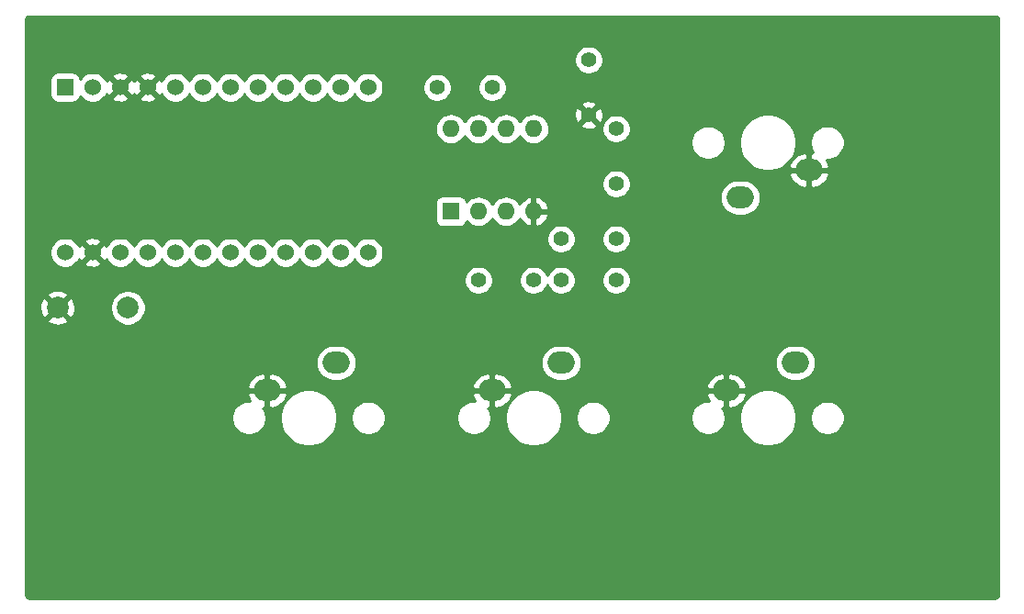
<source format=gbr>
G04 #@! TF.GenerationSoftware,KiCad,Pcbnew,(5.1.2)-1*
G04 #@! TF.CreationDate,2019-05-14T15:55:12+09:00*
G04 #@! TF.ProjectId,pcb,7063622e-6b69-4636-9164-5f7063625858,rev?*
G04 #@! TF.SameCoordinates,Original*
G04 #@! TF.FileFunction,Copper,L2,Bot*
G04 #@! TF.FilePolarity,Positive*
%FSLAX46Y46*%
G04 Gerber Fmt 4.6, Leading zero omitted, Abs format (unit mm)*
G04 Created by KiCad (PCBNEW (5.1.2)-1) date 2019-05-14 15:55:12*
%MOMM*%
%LPD*%
G04 APERTURE LIST*
%ADD10C,1.524000*%
%ADD11R,1.524000X1.524000*%
%ADD12O,2.500000X2.000000*%
%ADD13O,1.600000X1.600000*%
%ADD14R,1.600000X1.600000*%
%ADD15C,2.000000*%
%ADD16C,1.397000*%
%ADD17C,0.254000*%
G04 APERTURE END LIST*
D10*
X62230000Y-157460000D03*
X59690000Y-157460000D03*
X57150000Y-157460000D03*
X54610000Y-157460000D03*
X52070000Y-157460000D03*
X49530000Y-157460000D03*
X46990000Y-157460000D03*
X44450000Y-157460000D03*
X41910000Y-157460000D03*
X39370000Y-157460000D03*
X36830000Y-157460000D03*
X34290000Y-157460000D03*
X62230000Y-142220000D03*
X59690000Y-142220000D03*
X57150000Y-142220000D03*
X54610000Y-142220000D03*
X52070000Y-142220000D03*
X49530000Y-142220000D03*
X46990000Y-142220000D03*
X44450000Y-142220000D03*
X41910000Y-142220000D03*
X39370000Y-142220000D03*
X36830000Y-142220000D03*
D11*
X34290000Y-142220000D03*
D12*
X102870000Y-149860000D03*
X96520000Y-152400000D03*
D13*
X69850000Y-146050000D03*
X77470000Y-153670000D03*
X72390000Y-146050000D03*
X74930000Y-153670000D03*
X74930000Y-146050000D03*
X72390000Y-153670000D03*
X77470000Y-146050000D03*
D14*
X69850000Y-153670000D03*
D12*
X52920000Y-170180000D03*
X59270000Y-167640000D03*
X73660000Y-170180000D03*
X80010000Y-167640000D03*
X95250000Y-170180000D03*
X101600000Y-167640000D03*
D15*
X33580000Y-162560000D03*
X40080000Y-162560000D03*
D16*
X80010000Y-156210000D03*
X85090000Y-156210000D03*
X80010000Y-160020000D03*
X85090000Y-160020000D03*
X77470000Y-160020000D03*
X72390000Y-160020000D03*
X85090000Y-146050000D03*
X85090000Y-151130000D03*
X82550000Y-144780000D03*
X82550000Y-139700000D03*
X73660000Y-142240000D03*
X68580000Y-142240000D03*
D17*
G36*
X120065424Y-135669580D02*
G01*
X120128356Y-135688580D01*
X120186405Y-135719445D01*
X120237343Y-135760989D01*
X120279248Y-135811644D01*
X120310515Y-135869471D01*
X120329956Y-135932272D01*
X120340001Y-136027845D01*
X120340000Y-188967721D01*
X120330420Y-189065424D01*
X120311420Y-189128357D01*
X120280554Y-189186406D01*
X120239011Y-189237343D01*
X120188356Y-189279248D01*
X120130529Y-189310515D01*
X120067728Y-189329956D01*
X119972165Y-189340000D01*
X31032279Y-189340000D01*
X30934576Y-189330420D01*
X30871643Y-189311420D01*
X30813594Y-189280554D01*
X30762657Y-189239011D01*
X30720752Y-189188356D01*
X30689485Y-189130529D01*
X30670044Y-189067728D01*
X30660000Y-188972165D01*
X30660000Y-172563891D01*
X49645000Y-172563891D01*
X49645000Y-172876109D01*
X49705911Y-173182327D01*
X49825391Y-173470779D01*
X49998850Y-173730379D01*
X50219621Y-173951150D01*
X50479221Y-174124609D01*
X50767673Y-174244089D01*
X51073891Y-174305000D01*
X51386109Y-174305000D01*
X51692327Y-174244089D01*
X51980779Y-174124609D01*
X52240379Y-173951150D01*
X52461150Y-173730379D01*
X52634609Y-173470779D01*
X52754089Y-173182327D01*
X52815000Y-172876109D01*
X52815000Y-172563891D01*
X52794430Y-172460475D01*
X54095000Y-172460475D01*
X54095000Y-172979525D01*
X54196261Y-173488601D01*
X54394893Y-173968141D01*
X54683262Y-174399715D01*
X55050285Y-174766738D01*
X55481859Y-175055107D01*
X55961399Y-175253739D01*
X56470475Y-175355000D01*
X56989525Y-175355000D01*
X57498601Y-175253739D01*
X57978141Y-175055107D01*
X58409715Y-174766738D01*
X58776738Y-174399715D01*
X59065107Y-173968141D01*
X59263739Y-173488601D01*
X59365000Y-172979525D01*
X59365000Y-172563891D01*
X60645000Y-172563891D01*
X60645000Y-172876109D01*
X60705911Y-173182327D01*
X60825391Y-173470779D01*
X60998850Y-173730379D01*
X61219621Y-173951150D01*
X61479221Y-174124609D01*
X61767673Y-174244089D01*
X62073891Y-174305000D01*
X62386109Y-174305000D01*
X62692327Y-174244089D01*
X62980779Y-174124609D01*
X63240379Y-173951150D01*
X63461150Y-173730379D01*
X63634609Y-173470779D01*
X63754089Y-173182327D01*
X63815000Y-172876109D01*
X63815000Y-172563891D01*
X70385000Y-172563891D01*
X70385000Y-172876109D01*
X70445911Y-173182327D01*
X70565391Y-173470779D01*
X70738850Y-173730379D01*
X70959621Y-173951150D01*
X71219221Y-174124609D01*
X71507673Y-174244089D01*
X71813891Y-174305000D01*
X72126109Y-174305000D01*
X72432327Y-174244089D01*
X72720779Y-174124609D01*
X72980379Y-173951150D01*
X73201150Y-173730379D01*
X73374609Y-173470779D01*
X73494089Y-173182327D01*
X73555000Y-172876109D01*
X73555000Y-172563891D01*
X73534430Y-172460475D01*
X74835000Y-172460475D01*
X74835000Y-172979525D01*
X74936261Y-173488601D01*
X75134893Y-173968141D01*
X75423262Y-174399715D01*
X75790285Y-174766738D01*
X76221859Y-175055107D01*
X76701399Y-175253739D01*
X77210475Y-175355000D01*
X77729525Y-175355000D01*
X78238601Y-175253739D01*
X78718141Y-175055107D01*
X79149715Y-174766738D01*
X79516738Y-174399715D01*
X79805107Y-173968141D01*
X80003739Y-173488601D01*
X80105000Y-172979525D01*
X80105000Y-172563891D01*
X81385000Y-172563891D01*
X81385000Y-172876109D01*
X81445911Y-173182327D01*
X81565391Y-173470779D01*
X81738850Y-173730379D01*
X81959621Y-173951150D01*
X82219221Y-174124609D01*
X82507673Y-174244089D01*
X82813891Y-174305000D01*
X83126109Y-174305000D01*
X83432327Y-174244089D01*
X83720779Y-174124609D01*
X83980379Y-173951150D01*
X84201150Y-173730379D01*
X84374609Y-173470779D01*
X84494089Y-173182327D01*
X84555000Y-172876109D01*
X84555000Y-172563891D01*
X91975000Y-172563891D01*
X91975000Y-172876109D01*
X92035911Y-173182327D01*
X92155391Y-173470779D01*
X92328850Y-173730379D01*
X92549621Y-173951150D01*
X92809221Y-174124609D01*
X93097673Y-174244089D01*
X93403891Y-174305000D01*
X93716109Y-174305000D01*
X94022327Y-174244089D01*
X94310779Y-174124609D01*
X94570379Y-173951150D01*
X94791150Y-173730379D01*
X94964609Y-173470779D01*
X95084089Y-173182327D01*
X95145000Y-172876109D01*
X95145000Y-172563891D01*
X95124430Y-172460475D01*
X96425000Y-172460475D01*
X96425000Y-172979525D01*
X96526261Y-173488601D01*
X96724893Y-173968141D01*
X97013262Y-174399715D01*
X97380285Y-174766738D01*
X97811859Y-175055107D01*
X98291399Y-175253739D01*
X98800475Y-175355000D01*
X99319525Y-175355000D01*
X99828601Y-175253739D01*
X100308141Y-175055107D01*
X100739715Y-174766738D01*
X101106738Y-174399715D01*
X101395107Y-173968141D01*
X101593739Y-173488601D01*
X101695000Y-172979525D01*
X101695000Y-172563891D01*
X102975000Y-172563891D01*
X102975000Y-172876109D01*
X103035911Y-173182327D01*
X103155391Y-173470779D01*
X103328850Y-173730379D01*
X103549621Y-173951150D01*
X103809221Y-174124609D01*
X104097673Y-174244089D01*
X104403891Y-174305000D01*
X104716109Y-174305000D01*
X105022327Y-174244089D01*
X105310779Y-174124609D01*
X105570379Y-173951150D01*
X105791150Y-173730379D01*
X105964609Y-173470779D01*
X106084089Y-173182327D01*
X106145000Y-172876109D01*
X106145000Y-172563891D01*
X106084089Y-172257673D01*
X105964609Y-171969221D01*
X105791150Y-171709621D01*
X105570379Y-171488850D01*
X105310779Y-171315391D01*
X105022327Y-171195911D01*
X104716109Y-171135000D01*
X104403891Y-171135000D01*
X104097673Y-171195911D01*
X103809221Y-171315391D01*
X103549621Y-171488850D01*
X103328850Y-171709621D01*
X103155391Y-171969221D01*
X103035911Y-172257673D01*
X102975000Y-172563891D01*
X101695000Y-172563891D01*
X101695000Y-172460475D01*
X101593739Y-171951399D01*
X101395107Y-171471859D01*
X101106738Y-171040285D01*
X100739715Y-170673262D01*
X100308141Y-170384893D01*
X99828601Y-170186261D01*
X99319525Y-170085000D01*
X98800475Y-170085000D01*
X98291399Y-170186261D01*
X97811859Y-170384893D01*
X97380285Y-170673262D01*
X97013262Y-171040285D01*
X96724893Y-171471859D01*
X96526261Y-171951399D01*
X96425000Y-172460475D01*
X95124430Y-172460475D01*
X95084089Y-172257673D01*
X94964609Y-171969221D01*
X94863995Y-171818641D01*
X94864970Y-171818819D01*
X95123000Y-171661016D01*
X95123000Y-170307000D01*
X95377000Y-170307000D01*
X95377000Y-171661016D01*
X95635030Y-171818819D01*
X95952153Y-171760987D01*
X96251900Y-171642398D01*
X96522752Y-171467610D01*
X96754300Y-171243340D01*
X96937646Y-170978206D01*
X97065744Y-170682398D01*
X97090124Y-170560434D01*
X96970777Y-170307000D01*
X95377000Y-170307000D01*
X95123000Y-170307000D01*
X93529223Y-170307000D01*
X93409876Y-170560434D01*
X93434256Y-170682398D01*
X93562354Y-170978206D01*
X93670781Y-171135000D01*
X93403891Y-171135000D01*
X93097673Y-171195911D01*
X92809221Y-171315391D01*
X92549621Y-171488850D01*
X92328850Y-171709621D01*
X92155391Y-171969221D01*
X92035911Y-172257673D01*
X91975000Y-172563891D01*
X84555000Y-172563891D01*
X84494089Y-172257673D01*
X84374609Y-171969221D01*
X84201150Y-171709621D01*
X83980379Y-171488850D01*
X83720779Y-171315391D01*
X83432327Y-171195911D01*
X83126109Y-171135000D01*
X82813891Y-171135000D01*
X82507673Y-171195911D01*
X82219221Y-171315391D01*
X81959621Y-171488850D01*
X81738850Y-171709621D01*
X81565391Y-171969221D01*
X81445911Y-172257673D01*
X81385000Y-172563891D01*
X80105000Y-172563891D01*
X80105000Y-172460475D01*
X80003739Y-171951399D01*
X79805107Y-171471859D01*
X79516738Y-171040285D01*
X79149715Y-170673262D01*
X78718141Y-170384893D01*
X78238601Y-170186261D01*
X77729525Y-170085000D01*
X77210475Y-170085000D01*
X76701399Y-170186261D01*
X76221859Y-170384893D01*
X75790285Y-170673262D01*
X75423262Y-171040285D01*
X75134893Y-171471859D01*
X74936261Y-171951399D01*
X74835000Y-172460475D01*
X73534430Y-172460475D01*
X73494089Y-172257673D01*
X73374609Y-171969221D01*
X73273995Y-171818641D01*
X73274970Y-171818819D01*
X73533000Y-171661016D01*
X73533000Y-170307000D01*
X73787000Y-170307000D01*
X73787000Y-171661016D01*
X74045030Y-171818819D01*
X74362153Y-171760987D01*
X74661900Y-171642398D01*
X74932752Y-171467610D01*
X75164300Y-171243340D01*
X75347646Y-170978206D01*
X75475744Y-170682398D01*
X75500124Y-170560434D01*
X75380777Y-170307000D01*
X73787000Y-170307000D01*
X73533000Y-170307000D01*
X71939223Y-170307000D01*
X71819876Y-170560434D01*
X71844256Y-170682398D01*
X71972354Y-170978206D01*
X72080781Y-171135000D01*
X71813891Y-171135000D01*
X71507673Y-171195911D01*
X71219221Y-171315391D01*
X70959621Y-171488850D01*
X70738850Y-171709621D01*
X70565391Y-171969221D01*
X70445911Y-172257673D01*
X70385000Y-172563891D01*
X63815000Y-172563891D01*
X63754089Y-172257673D01*
X63634609Y-171969221D01*
X63461150Y-171709621D01*
X63240379Y-171488850D01*
X62980779Y-171315391D01*
X62692327Y-171195911D01*
X62386109Y-171135000D01*
X62073891Y-171135000D01*
X61767673Y-171195911D01*
X61479221Y-171315391D01*
X61219621Y-171488850D01*
X60998850Y-171709621D01*
X60825391Y-171969221D01*
X60705911Y-172257673D01*
X60645000Y-172563891D01*
X59365000Y-172563891D01*
X59365000Y-172460475D01*
X59263739Y-171951399D01*
X59065107Y-171471859D01*
X58776738Y-171040285D01*
X58409715Y-170673262D01*
X57978141Y-170384893D01*
X57498601Y-170186261D01*
X56989525Y-170085000D01*
X56470475Y-170085000D01*
X55961399Y-170186261D01*
X55481859Y-170384893D01*
X55050285Y-170673262D01*
X54683262Y-171040285D01*
X54394893Y-171471859D01*
X54196261Y-171951399D01*
X54095000Y-172460475D01*
X52794430Y-172460475D01*
X52754089Y-172257673D01*
X52634609Y-171969221D01*
X52533995Y-171818641D01*
X52534970Y-171818819D01*
X52793000Y-171661016D01*
X52793000Y-170307000D01*
X53047000Y-170307000D01*
X53047000Y-171661016D01*
X53305030Y-171818819D01*
X53622153Y-171760987D01*
X53921900Y-171642398D01*
X54192752Y-171467610D01*
X54424300Y-171243340D01*
X54607646Y-170978206D01*
X54735744Y-170682398D01*
X54760124Y-170560434D01*
X54640777Y-170307000D01*
X53047000Y-170307000D01*
X52793000Y-170307000D01*
X51199223Y-170307000D01*
X51079876Y-170560434D01*
X51104256Y-170682398D01*
X51232354Y-170978206D01*
X51340781Y-171135000D01*
X51073891Y-171135000D01*
X50767673Y-171195911D01*
X50479221Y-171315391D01*
X50219621Y-171488850D01*
X49998850Y-171709621D01*
X49825391Y-171969221D01*
X49705911Y-172257673D01*
X49645000Y-172563891D01*
X30660000Y-172563891D01*
X30660000Y-169799566D01*
X51079876Y-169799566D01*
X51199223Y-170053000D01*
X52793000Y-170053000D01*
X52793000Y-168698984D01*
X53047000Y-168698984D01*
X53047000Y-170053000D01*
X54640777Y-170053000D01*
X54760124Y-169799566D01*
X71819876Y-169799566D01*
X71939223Y-170053000D01*
X73533000Y-170053000D01*
X73533000Y-168698984D01*
X73787000Y-168698984D01*
X73787000Y-170053000D01*
X75380777Y-170053000D01*
X75500124Y-169799566D01*
X93409876Y-169799566D01*
X93529223Y-170053000D01*
X95123000Y-170053000D01*
X95123000Y-168698984D01*
X95377000Y-168698984D01*
X95377000Y-170053000D01*
X96970777Y-170053000D01*
X97090124Y-169799566D01*
X97065744Y-169677602D01*
X96937646Y-169381794D01*
X96754300Y-169116660D01*
X96522752Y-168892390D01*
X96251900Y-168717602D01*
X95952153Y-168599013D01*
X95635030Y-168541181D01*
X95377000Y-168698984D01*
X95123000Y-168698984D01*
X94864970Y-168541181D01*
X94547847Y-168599013D01*
X94248100Y-168717602D01*
X93977248Y-168892390D01*
X93745700Y-169116660D01*
X93562354Y-169381794D01*
X93434256Y-169677602D01*
X93409876Y-169799566D01*
X75500124Y-169799566D01*
X75475744Y-169677602D01*
X75347646Y-169381794D01*
X75164300Y-169116660D01*
X74932752Y-168892390D01*
X74661900Y-168717602D01*
X74362153Y-168599013D01*
X74045030Y-168541181D01*
X73787000Y-168698984D01*
X73533000Y-168698984D01*
X73274970Y-168541181D01*
X72957847Y-168599013D01*
X72658100Y-168717602D01*
X72387248Y-168892390D01*
X72155700Y-169116660D01*
X71972354Y-169381794D01*
X71844256Y-169677602D01*
X71819876Y-169799566D01*
X54760124Y-169799566D01*
X54735744Y-169677602D01*
X54607646Y-169381794D01*
X54424300Y-169116660D01*
X54192752Y-168892390D01*
X53921900Y-168717602D01*
X53622153Y-168599013D01*
X53305030Y-168541181D01*
X53047000Y-168698984D01*
X52793000Y-168698984D01*
X52534970Y-168541181D01*
X52217847Y-168599013D01*
X51918100Y-168717602D01*
X51647248Y-168892390D01*
X51415700Y-169116660D01*
X51232354Y-169381794D01*
X51104256Y-169677602D01*
X51079876Y-169799566D01*
X30660000Y-169799566D01*
X30660000Y-167640000D01*
X57377089Y-167640000D01*
X57408657Y-167960516D01*
X57502148Y-168268715D01*
X57653969Y-168552752D01*
X57858286Y-168801714D01*
X58107248Y-169006031D01*
X58391285Y-169157852D01*
X58699484Y-169251343D01*
X58939678Y-169275000D01*
X59600322Y-169275000D01*
X59840516Y-169251343D01*
X60148715Y-169157852D01*
X60432752Y-169006031D01*
X60681714Y-168801714D01*
X60886031Y-168552752D01*
X61037852Y-168268715D01*
X61131343Y-167960516D01*
X61162911Y-167640000D01*
X78117089Y-167640000D01*
X78148657Y-167960516D01*
X78242148Y-168268715D01*
X78393969Y-168552752D01*
X78598286Y-168801714D01*
X78847248Y-169006031D01*
X79131285Y-169157852D01*
X79439484Y-169251343D01*
X79679678Y-169275000D01*
X80340322Y-169275000D01*
X80580516Y-169251343D01*
X80888715Y-169157852D01*
X81172752Y-169006031D01*
X81421714Y-168801714D01*
X81626031Y-168552752D01*
X81777852Y-168268715D01*
X81871343Y-167960516D01*
X81902911Y-167640000D01*
X99707089Y-167640000D01*
X99738657Y-167960516D01*
X99832148Y-168268715D01*
X99983969Y-168552752D01*
X100188286Y-168801714D01*
X100437248Y-169006031D01*
X100721285Y-169157852D01*
X101029484Y-169251343D01*
X101269678Y-169275000D01*
X101930322Y-169275000D01*
X102170516Y-169251343D01*
X102478715Y-169157852D01*
X102762752Y-169006031D01*
X103011714Y-168801714D01*
X103216031Y-168552752D01*
X103367852Y-168268715D01*
X103461343Y-167960516D01*
X103492911Y-167640000D01*
X103461343Y-167319484D01*
X103367852Y-167011285D01*
X103216031Y-166727248D01*
X103011714Y-166478286D01*
X102762752Y-166273969D01*
X102478715Y-166122148D01*
X102170516Y-166028657D01*
X101930322Y-166005000D01*
X101269678Y-166005000D01*
X101029484Y-166028657D01*
X100721285Y-166122148D01*
X100437248Y-166273969D01*
X100188286Y-166478286D01*
X99983969Y-166727248D01*
X99832148Y-167011285D01*
X99738657Y-167319484D01*
X99707089Y-167640000D01*
X81902911Y-167640000D01*
X81871343Y-167319484D01*
X81777852Y-167011285D01*
X81626031Y-166727248D01*
X81421714Y-166478286D01*
X81172752Y-166273969D01*
X80888715Y-166122148D01*
X80580516Y-166028657D01*
X80340322Y-166005000D01*
X79679678Y-166005000D01*
X79439484Y-166028657D01*
X79131285Y-166122148D01*
X78847248Y-166273969D01*
X78598286Y-166478286D01*
X78393969Y-166727248D01*
X78242148Y-167011285D01*
X78148657Y-167319484D01*
X78117089Y-167640000D01*
X61162911Y-167640000D01*
X61131343Y-167319484D01*
X61037852Y-167011285D01*
X60886031Y-166727248D01*
X60681714Y-166478286D01*
X60432752Y-166273969D01*
X60148715Y-166122148D01*
X59840516Y-166028657D01*
X59600322Y-166005000D01*
X58939678Y-166005000D01*
X58699484Y-166028657D01*
X58391285Y-166122148D01*
X58107248Y-166273969D01*
X57858286Y-166478286D01*
X57653969Y-166727248D01*
X57502148Y-167011285D01*
X57408657Y-167319484D01*
X57377089Y-167640000D01*
X30660000Y-167640000D01*
X30660000Y-163695413D01*
X32624192Y-163695413D01*
X32719956Y-163959814D01*
X33009571Y-164100704D01*
X33321108Y-164182384D01*
X33642595Y-164201718D01*
X33961675Y-164157961D01*
X34266088Y-164052795D01*
X34440044Y-163959814D01*
X34535808Y-163695413D01*
X33580000Y-162739605D01*
X32624192Y-163695413D01*
X30660000Y-163695413D01*
X30660000Y-162622595D01*
X31938282Y-162622595D01*
X31982039Y-162941675D01*
X32087205Y-163246088D01*
X32180186Y-163420044D01*
X32444587Y-163515808D01*
X33400395Y-162560000D01*
X33759605Y-162560000D01*
X34715413Y-163515808D01*
X34979814Y-163420044D01*
X35120704Y-163130429D01*
X35202384Y-162818892D01*
X35221718Y-162497405D01*
X35208219Y-162398967D01*
X38445000Y-162398967D01*
X38445000Y-162721033D01*
X38507832Y-163036912D01*
X38631082Y-163334463D01*
X38810013Y-163602252D01*
X39037748Y-163829987D01*
X39305537Y-164008918D01*
X39603088Y-164132168D01*
X39918967Y-164195000D01*
X40241033Y-164195000D01*
X40556912Y-164132168D01*
X40854463Y-164008918D01*
X41122252Y-163829987D01*
X41349987Y-163602252D01*
X41528918Y-163334463D01*
X41652168Y-163036912D01*
X41715000Y-162721033D01*
X41715000Y-162398967D01*
X41652168Y-162083088D01*
X41528918Y-161785537D01*
X41349987Y-161517748D01*
X41122252Y-161290013D01*
X40854463Y-161111082D01*
X40556912Y-160987832D01*
X40241033Y-160925000D01*
X39918967Y-160925000D01*
X39603088Y-160987832D01*
X39305537Y-161111082D01*
X39037748Y-161290013D01*
X38810013Y-161517748D01*
X38631082Y-161785537D01*
X38507832Y-162083088D01*
X38445000Y-162398967D01*
X35208219Y-162398967D01*
X35177961Y-162178325D01*
X35072795Y-161873912D01*
X34979814Y-161699956D01*
X34715413Y-161604192D01*
X33759605Y-162560000D01*
X33400395Y-162560000D01*
X32444587Y-161604192D01*
X32180186Y-161699956D01*
X32039296Y-161989571D01*
X31957616Y-162301108D01*
X31938282Y-162622595D01*
X30660000Y-162622595D01*
X30660000Y-161424587D01*
X32624192Y-161424587D01*
X33580000Y-162380395D01*
X34535808Y-161424587D01*
X34440044Y-161160186D01*
X34150429Y-161019296D01*
X33838892Y-160937616D01*
X33517405Y-160918282D01*
X33198325Y-160962039D01*
X32893912Y-161067205D01*
X32719956Y-161160186D01*
X32624192Y-161424587D01*
X30660000Y-161424587D01*
X30660000Y-159888662D01*
X71056500Y-159888662D01*
X71056500Y-160151338D01*
X71107746Y-160408968D01*
X71208268Y-160651649D01*
X71354203Y-160870057D01*
X71539943Y-161055797D01*
X71758351Y-161201732D01*
X72001032Y-161302254D01*
X72258662Y-161353500D01*
X72521338Y-161353500D01*
X72778968Y-161302254D01*
X73021649Y-161201732D01*
X73240057Y-161055797D01*
X73425797Y-160870057D01*
X73571732Y-160651649D01*
X73672254Y-160408968D01*
X73723500Y-160151338D01*
X73723500Y-159888662D01*
X76136500Y-159888662D01*
X76136500Y-160151338D01*
X76187746Y-160408968D01*
X76288268Y-160651649D01*
X76434203Y-160870057D01*
X76619943Y-161055797D01*
X76838351Y-161201732D01*
X77081032Y-161302254D01*
X77338662Y-161353500D01*
X77601338Y-161353500D01*
X77858968Y-161302254D01*
X78101649Y-161201732D01*
X78320057Y-161055797D01*
X78505797Y-160870057D01*
X78651732Y-160651649D01*
X78740000Y-160438552D01*
X78828268Y-160651649D01*
X78974203Y-160870057D01*
X79159943Y-161055797D01*
X79378351Y-161201732D01*
X79621032Y-161302254D01*
X79878662Y-161353500D01*
X80141338Y-161353500D01*
X80398968Y-161302254D01*
X80641649Y-161201732D01*
X80860057Y-161055797D01*
X81045797Y-160870057D01*
X81191732Y-160651649D01*
X81292254Y-160408968D01*
X81343500Y-160151338D01*
X81343500Y-159888662D01*
X83756500Y-159888662D01*
X83756500Y-160151338D01*
X83807746Y-160408968D01*
X83908268Y-160651649D01*
X84054203Y-160870057D01*
X84239943Y-161055797D01*
X84458351Y-161201732D01*
X84701032Y-161302254D01*
X84958662Y-161353500D01*
X85221338Y-161353500D01*
X85478968Y-161302254D01*
X85721649Y-161201732D01*
X85940057Y-161055797D01*
X86125797Y-160870057D01*
X86271732Y-160651649D01*
X86372254Y-160408968D01*
X86423500Y-160151338D01*
X86423500Y-159888662D01*
X86372254Y-159631032D01*
X86271732Y-159388351D01*
X86125797Y-159169943D01*
X85940057Y-158984203D01*
X85721649Y-158838268D01*
X85478968Y-158737746D01*
X85221338Y-158686500D01*
X84958662Y-158686500D01*
X84701032Y-158737746D01*
X84458351Y-158838268D01*
X84239943Y-158984203D01*
X84054203Y-159169943D01*
X83908268Y-159388351D01*
X83807746Y-159631032D01*
X83756500Y-159888662D01*
X81343500Y-159888662D01*
X81292254Y-159631032D01*
X81191732Y-159388351D01*
X81045797Y-159169943D01*
X80860057Y-158984203D01*
X80641649Y-158838268D01*
X80398968Y-158737746D01*
X80141338Y-158686500D01*
X79878662Y-158686500D01*
X79621032Y-158737746D01*
X79378351Y-158838268D01*
X79159943Y-158984203D01*
X78974203Y-159169943D01*
X78828268Y-159388351D01*
X78740000Y-159601448D01*
X78651732Y-159388351D01*
X78505797Y-159169943D01*
X78320057Y-158984203D01*
X78101649Y-158838268D01*
X77858968Y-158737746D01*
X77601338Y-158686500D01*
X77338662Y-158686500D01*
X77081032Y-158737746D01*
X76838351Y-158838268D01*
X76619943Y-158984203D01*
X76434203Y-159169943D01*
X76288268Y-159388351D01*
X76187746Y-159631032D01*
X76136500Y-159888662D01*
X73723500Y-159888662D01*
X73672254Y-159631032D01*
X73571732Y-159388351D01*
X73425797Y-159169943D01*
X73240057Y-158984203D01*
X73021649Y-158838268D01*
X72778968Y-158737746D01*
X72521338Y-158686500D01*
X72258662Y-158686500D01*
X72001032Y-158737746D01*
X71758351Y-158838268D01*
X71539943Y-158984203D01*
X71354203Y-159169943D01*
X71208268Y-159388351D01*
X71107746Y-159631032D01*
X71056500Y-159888662D01*
X30660000Y-159888662D01*
X30660000Y-157322408D01*
X32893000Y-157322408D01*
X32893000Y-157597592D01*
X32946686Y-157867490D01*
X33051995Y-158121727D01*
X33204880Y-158350535D01*
X33399465Y-158545120D01*
X33628273Y-158698005D01*
X33882510Y-158803314D01*
X34152408Y-158857000D01*
X34427592Y-158857000D01*
X34697490Y-158803314D01*
X34951727Y-158698005D01*
X35180535Y-158545120D01*
X35300090Y-158425565D01*
X36044040Y-158425565D01*
X36111020Y-158665656D01*
X36360048Y-158782756D01*
X36627135Y-158849023D01*
X36902017Y-158861910D01*
X37174133Y-158820922D01*
X37433023Y-158727636D01*
X37548980Y-158665656D01*
X37615960Y-158425565D01*
X36830000Y-157639605D01*
X36044040Y-158425565D01*
X35300090Y-158425565D01*
X35375120Y-158350535D01*
X35528005Y-158121727D01*
X35557692Y-158050057D01*
X35562364Y-158063023D01*
X35624344Y-158178980D01*
X35864435Y-158245960D01*
X36650395Y-157460000D01*
X37009605Y-157460000D01*
X37795565Y-158245960D01*
X38035656Y-158178980D01*
X38099485Y-158043240D01*
X38131995Y-158121727D01*
X38284880Y-158350535D01*
X38479465Y-158545120D01*
X38708273Y-158698005D01*
X38962510Y-158803314D01*
X39232408Y-158857000D01*
X39507592Y-158857000D01*
X39777490Y-158803314D01*
X40031727Y-158698005D01*
X40260535Y-158545120D01*
X40455120Y-158350535D01*
X40608005Y-158121727D01*
X40640000Y-158044485D01*
X40671995Y-158121727D01*
X40824880Y-158350535D01*
X41019465Y-158545120D01*
X41248273Y-158698005D01*
X41502510Y-158803314D01*
X41772408Y-158857000D01*
X42047592Y-158857000D01*
X42317490Y-158803314D01*
X42571727Y-158698005D01*
X42800535Y-158545120D01*
X42995120Y-158350535D01*
X43148005Y-158121727D01*
X43180000Y-158044485D01*
X43211995Y-158121727D01*
X43364880Y-158350535D01*
X43559465Y-158545120D01*
X43788273Y-158698005D01*
X44042510Y-158803314D01*
X44312408Y-158857000D01*
X44587592Y-158857000D01*
X44857490Y-158803314D01*
X45111727Y-158698005D01*
X45340535Y-158545120D01*
X45535120Y-158350535D01*
X45688005Y-158121727D01*
X45720000Y-158044485D01*
X45751995Y-158121727D01*
X45904880Y-158350535D01*
X46099465Y-158545120D01*
X46328273Y-158698005D01*
X46582510Y-158803314D01*
X46852408Y-158857000D01*
X47127592Y-158857000D01*
X47397490Y-158803314D01*
X47651727Y-158698005D01*
X47880535Y-158545120D01*
X48075120Y-158350535D01*
X48228005Y-158121727D01*
X48260000Y-158044485D01*
X48291995Y-158121727D01*
X48444880Y-158350535D01*
X48639465Y-158545120D01*
X48868273Y-158698005D01*
X49122510Y-158803314D01*
X49392408Y-158857000D01*
X49667592Y-158857000D01*
X49937490Y-158803314D01*
X50191727Y-158698005D01*
X50420535Y-158545120D01*
X50615120Y-158350535D01*
X50768005Y-158121727D01*
X50800000Y-158044485D01*
X50831995Y-158121727D01*
X50984880Y-158350535D01*
X51179465Y-158545120D01*
X51408273Y-158698005D01*
X51662510Y-158803314D01*
X51932408Y-158857000D01*
X52207592Y-158857000D01*
X52477490Y-158803314D01*
X52731727Y-158698005D01*
X52960535Y-158545120D01*
X53155120Y-158350535D01*
X53308005Y-158121727D01*
X53340000Y-158044485D01*
X53371995Y-158121727D01*
X53524880Y-158350535D01*
X53719465Y-158545120D01*
X53948273Y-158698005D01*
X54202510Y-158803314D01*
X54472408Y-158857000D01*
X54747592Y-158857000D01*
X55017490Y-158803314D01*
X55271727Y-158698005D01*
X55500535Y-158545120D01*
X55695120Y-158350535D01*
X55848005Y-158121727D01*
X55880000Y-158044485D01*
X55911995Y-158121727D01*
X56064880Y-158350535D01*
X56259465Y-158545120D01*
X56488273Y-158698005D01*
X56742510Y-158803314D01*
X57012408Y-158857000D01*
X57287592Y-158857000D01*
X57557490Y-158803314D01*
X57811727Y-158698005D01*
X58040535Y-158545120D01*
X58235120Y-158350535D01*
X58388005Y-158121727D01*
X58420000Y-158044485D01*
X58451995Y-158121727D01*
X58604880Y-158350535D01*
X58799465Y-158545120D01*
X59028273Y-158698005D01*
X59282510Y-158803314D01*
X59552408Y-158857000D01*
X59827592Y-158857000D01*
X60097490Y-158803314D01*
X60351727Y-158698005D01*
X60580535Y-158545120D01*
X60775120Y-158350535D01*
X60928005Y-158121727D01*
X60960000Y-158044485D01*
X60991995Y-158121727D01*
X61144880Y-158350535D01*
X61339465Y-158545120D01*
X61568273Y-158698005D01*
X61822510Y-158803314D01*
X62092408Y-158857000D01*
X62367592Y-158857000D01*
X62637490Y-158803314D01*
X62891727Y-158698005D01*
X63120535Y-158545120D01*
X63315120Y-158350535D01*
X63468005Y-158121727D01*
X63573314Y-157867490D01*
X63627000Y-157597592D01*
X63627000Y-157322408D01*
X63573314Y-157052510D01*
X63468005Y-156798273D01*
X63315120Y-156569465D01*
X63120535Y-156374880D01*
X62891727Y-156221995D01*
X62637490Y-156116686D01*
X62446331Y-156078662D01*
X78676500Y-156078662D01*
X78676500Y-156341338D01*
X78727746Y-156598968D01*
X78828268Y-156841649D01*
X78974203Y-157060057D01*
X79159943Y-157245797D01*
X79378351Y-157391732D01*
X79621032Y-157492254D01*
X79878662Y-157543500D01*
X80141338Y-157543500D01*
X80398968Y-157492254D01*
X80641649Y-157391732D01*
X80860057Y-157245797D01*
X81045797Y-157060057D01*
X81191732Y-156841649D01*
X81292254Y-156598968D01*
X81343500Y-156341338D01*
X81343500Y-156078662D01*
X83756500Y-156078662D01*
X83756500Y-156341338D01*
X83807746Y-156598968D01*
X83908268Y-156841649D01*
X84054203Y-157060057D01*
X84239943Y-157245797D01*
X84458351Y-157391732D01*
X84701032Y-157492254D01*
X84958662Y-157543500D01*
X85221338Y-157543500D01*
X85478968Y-157492254D01*
X85721649Y-157391732D01*
X85940057Y-157245797D01*
X86125797Y-157060057D01*
X86271732Y-156841649D01*
X86372254Y-156598968D01*
X86423500Y-156341338D01*
X86423500Y-156078662D01*
X86372254Y-155821032D01*
X86271732Y-155578351D01*
X86125797Y-155359943D01*
X85940057Y-155174203D01*
X85721649Y-155028268D01*
X85478968Y-154927746D01*
X85221338Y-154876500D01*
X84958662Y-154876500D01*
X84701032Y-154927746D01*
X84458351Y-155028268D01*
X84239943Y-155174203D01*
X84054203Y-155359943D01*
X83908268Y-155578351D01*
X83807746Y-155821032D01*
X83756500Y-156078662D01*
X81343500Y-156078662D01*
X81292254Y-155821032D01*
X81191732Y-155578351D01*
X81045797Y-155359943D01*
X80860057Y-155174203D01*
X80641649Y-155028268D01*
X80398968Y-154927746D01*
X80141338Y-154876500D01*
X79878662Y-154876500D01*
X79621032Y-154927746D01*
X79378351Y-155028268D01*
X79159943Y-155174203D01*
X78974203Y-155359943D01*
X78828268Y-155578351D01*
X78727746Y-155821032D01*
X78676500Y-156078662D01*
X62446331Y-156078662D01*
X62367592Y-156063000D01*
X62092408Y-156063000D01*
X61822510Y-156116686D01*
X61568273Y-156221995D01*
X61339465Y-156374880D01*
X61144880Y-156569465D01*
X60991995Y-156798273D01*
X60960000Y-156875515D01*
X60928005Y-156798273D01*
X60775120Y-156569465D01*
X60580535Y-156374880D01*
X60351727Y-156221995D01*
X60097490Y-156116686D01*
X59827592Y-156063000D01*
X59552408Y-156063000D01*
X59282510Y-156116686D01*
X59028273Y-156221995D01*
X58799465Y-156374880D01*
X58604880Y-156569465D01*
X58451995Y-156798273D01*
X58420000Y-156875515D01*
X58388005Y-156798273D01*
X58235120Y-156569465D01*
X58040535Y-156374880D01*
X57811727Y-156221995D01*
X57557490Y-156116686D01*
X57287592Y-156063000D01*
X57012408Y-156063000D01*
X56742510Y-156116686D01*
X56488273Y-156221995D01*
X56259465Y-156374880D01*
X56064880Y-156569465D01*
X55911995Y-156798273D01*
X55880000Y-156875515D01*
X55848005Y-156798273D01*
X55695120Y-156569465D01*
X55500535Y-156374880D01*
X55271727Y-156221995D01*
X55017490Y-156116686D01*
X54747592Y-156063000D01*
X54472408Y-156063000D01*
X54202510Y-156116686D01*
X53948273Y-156221995D01*
X53719465Y-156374880D01*
X53524880Y-156569465D01*
X53371995Y-156798273D01*
X53340000Y-156875515D01*
X53308005Y-156798273D01*
X53155120Y-156569465D01*
X52960535Y-156374880D01*
X52731727Y-156221995D01*
X52477490Y-156116686D01*
X52207592Y-156063000D01*
X51932408Y-156063000D01*
X51662510Y-156116686D01*
X51408273Y-156221995D01*
X51179465Y-156374880D01*
X50984880Y-156569465D01*
X50831995Y-156798273D01*
X50800000Y-156875515D01*
X50768005Y-156798273D01*
X50615120Y-156569465D01*
X50420535Y-156374880D01*
X50191727Y-156221995D01*
X49937490Y-156116686D01*
X49667592Y-156063000D01*
X49392408Y-156063000D01*
X49122510Y-156116686D01*
X48868273Y-156221995D01*
X48639465Y-156374880D01*
X48444880Y-156569465D01*
X48291995Y-156798273D01*
X48260000Y-156875515D01*
X48228005Y-156798273D01*
X48075120Y-156569465D01*
X47880535Y-156374880D01*
X47651727Y-156221995D01*
X47397490Y-156116686D01*
X47127592Y-156063000D01*
X46852408Y-156063000D01*
X46582510Y-156116686D01*
X46328273Y-156221995D01*
X46099465Y-156374880D01*
X45904880Y-156569465D01*
X45751995Y-156798273D01*
X45720000Y-156875515D01*
X45688005Y-156798273D01*
X45535120Y-156569465D01*
X45340535Y-156374880D01*
X45111727Y-156221995D01*
X44857490Y-156116686D01*
X44587592Y-156063000D01*
X44312408Y-156063000D01*
X44042510Y-156116686D01*
X43788273Y-156221995D01*
X43559465Y-156374880D01*
X43364880Y-156569465D01*
X43211995Y-156798273D01*
X43180000Y-156875515D01*
X43148005Y-156798273D01*
X42995120Y-156569465D01*
X42800535Y-156374880D01*
X42571727Y-156221995D01*
X42317490Y-156116686D01*
X42047592Y-156063000D01*
X41772408Y-156063000D01*
X41502510Y-156116686D01*
X41248273Y-156221995D01*
X41019465Y-156374880D01*
X40824880Y-156569465D01*
X40671995Y-156798273D01*
X40640000Y-156875515D01*
X40608005Y-156798273D01*
X40455120Y-156569465D01*
X40260535Y-156374880D01*
X40031727Y-156221995D01*
X39777490Y-156116686D01*
X39507592Y-156063000D01*
X39232408Y-156063000D01*
X38962510Y-156116686D01*
X38708273Y-156221995D01*
X38479465Y-156374880D01*
X38284880Y-156569465D01*
X38131995Y-156798273D01*
X38102308Y-156869943D01*
X38097636Y-156856977D01*
X38035656Y-156741020D01*
X37795565Y-156674040D01*
X37009605Y-157460000D01*
X36650395Y-157460000D01*
X35864435Y-156674040D01*
X35624344Y-156741020D01*
X35560515Y-156876760D01*
X35528005Y-156798273D01*
X35375120Y-156569465D01*
X35300090Y-156494435D01*
X36044040Y-156494435D01*
X36830000Y-157280395D01*
X37615960Y-156494435D01*
X37548980Y-156254344D01*
X37299952Y-156137244D01*
X37032865Y-156070977D01*
X36757983Y-156058090D01*
X36485867Y-156099078D01*
X36226977Y-156192364D01*
X36111020Y-156254344D01*
X36044040Y-156494435D01*
X35300090Y-156494435D01*
X35180535Y-156374880D01*
X34951727Y-156221995D01*
X34697490Y-156116686D01*
X34427592Y-156063000D01*
X34152408Y-156063000D01*
X33882510Y-156116686D01*
X33628273Y-156221995D01*
X33399465Y-156374880D01*
X33204880Y-156569465D01*
X33051995Y-156798273D01*
X32946686Y-157052510D01*
X32893000Y-157322408D01*
X30660000Y-157322408D01*
X30660000Y-152870000D01*
X68411928Y-152870000D01*
X68411928Y-154470000D01*
X68424188Y-154594482D01*
X68460498Y-154714180D01*
X68519463Y-154824494D01*
X68598815Y-154921185D01*
X68695506Y-155000537D01*
X68805820Y-155059502D01*
X68925518Y-155095812D01*
X69050000Y-155108072D01*
X70650000Y-155108072D01*
X70774482Y-155095812D01*
X70894180Y-155059502D01*
X71004494Y-155000537D01*
X71101185Y-154921185D01*
X71180537Y-154824494D01*
X71239502Y-154714180D01*
X71275812Y-154594482D01*
X71277581Y-154576518D01*
X71370392Y-154689608D01*
X71588899Y-154868932D01*
X71838192Y-155002182D01*
X72108691Y-155084236D01*
X72319508Y-155105000D01*
X72460492Y-155105000D01*
X72671309Y-155084236D01*
X72941808Y-155002182D01*
X73191101Y-154868932D01*
X73409608Y-154689608D01*
X73588932Y-154471101D01*
X73660000Y-154338142D01*
X73731068Y-154471101D01*
X73910392Y-154689608D01*
X74128899Y-154868932D01*
X74378192Y-155002182D01*
X74648691Y-155084236D01*
X74859508Y-155105000D01*
X75000492Y-155105000D01*
X75211309Y-155084236D01*
X75481808Y-155002182D01*
X75731101Y-154868932D01*
X75949608Y-154689608D01*
X76128932Y-154471101D01*
X76202579Y-154333318D01*
X76317615Y-154525131D01*
X76506586Y-154733519D01*
X76732580Y-154901037D01*
X76986913Y-155021246D01*
X77120961Y-155061904D01*
X77343000Y-154939915D01*
X77343000Y-153797000D01*
X77597000Y-153797000D01*
X77597000Y-154939915D01*
X77819039Y-155061904D01*
X77953087Y-155021246D01*
X78207420Y-154901037D01*
X78433414Y-154733519D01*
X78622385Y-154525131D01*
X78767070Y-154283881D01*
X78861909Y-154019040D01*
X78740624Y-153797000D01*
X77597000Y-153797000D01*
X77343000Y-153797000D01*
X77323000Y-153797000D01*
X77323000Y-153543000D01*
X77343000Y-153543000D01*
X77343000Y-152400085D01*
X77597000Y-152400085D01*
X77597000Y-153543000D01*
X78740624Y-153543000D01*
X78861909Y-153320960D01*
X78767070Y-153056119D01*
X78622385Y-152814869D01*
X78433414Y-152606481D01*
X78207420Y-152438963D01*
X77953087Y-152318754D01*
X77819039Y-152278096D01*
X77597000Y-152400085D01*
X77343000Y-152400085D01*
X77120961Y-152278096D01*
X76986913Y-152318754D01*
X76732580Y-152438963D01*
X76506586Y-152606481D01*
X76317615Y-152814869D01*
X76202579Y-153006682D01*
X76128932Y-152868899D01*
X75949608Y-152650392D01*
X75731101Y-152471068D01*
X75481808Y-152337818D01*
X75211309Y-152255764D01*
X75000492Y-152235000D01*
X74859508Y-152235000D01*
X74648691Y-152255764D01*
X74378192Y-152337818D01*
X74128899Y-152471068D01*
X73910392Y-152650392D01*
X73731068Y-152868899D01*
X73660000Y-153001858D01*
X73588932Y-152868899D01*
X73409608Y-152650392D01*
X73191101Y-152471068D01*
X72941808Y-152337818D01*
X72671309Y-152255764D01*
X72460492Y-152235000D01*
X72319508Y-152235000D01*
X72108691Y-152255764D01*
X71838192Y-152337818D01*
X71588899Y-152471068D01*
X71370392Y-152650392D01*
X71277581Y-152763482D01*
X71275812Y-152745518D01*
X71239502Y-152625820D01*
X71180537Y-152515506D01*
X71101185Y-152418815D01*
X71004494Y-152339463D01*
X70894180Y-152280498D01*
X70774482Y-152244188D01*
X70650000Y-152231928D01*
X69050000Y-152231928D01*
X68925518Y-152244188D01*
X68805820Y-152280498D01*
X68695506Y-152339463D01*
X68598815Y-152418815D01*
X68519463Y-152515506D01*
X68460498Y-152625820D01*
X68424188Y-152745518D01*
X68411928Y-152870000D01*
X30660000Y-152870000D01*
X30660000Y-150998662D01*
X83756500Y-150998662D01*
X83756500Y-151261338D01*
X83807746Y-151518968D01*
X83908268Y-151761649D01*
X84054203Y-151980057D01*
X84239943Y-152165797D01*
X84458351Y-152311732D01*
X84701032Y-152412254D01*
X84958662Y-152463500D01*
X85221338Y-152463500D01*
X85478968Y-152412254D01*
X85508551Y-152400000D01*
X94627089Y-152400000D01*
X94658657Y-152720516D01*
X94752148Y-153028715D01*
X94903969Y-153312752D01*
X95108286Y-153561714D01*
X95357248Y-153766031D01*
X95641285Y-153917852D01*
X95949484Y-154011343D01*
X96189678Y-154035000D01*
X96850322Y-154035000D01*
X97090516Y-154011343D01*
X97398715Y-153917852D01*
X97682752Y-153766031D01*
X97931714Y-153561714D01*
X98136031Y-153312752D01*
X98287852Y-153028715D01*
X98381343Y-152720516D01*
X98412911Y-152400000D01*
X98381343Y-152079484D01*
X98287852Y-151771285D01*
X98136031Y-151487248D01*
X97931714Y-151238286D01*
X97682752Y-151033969D01*
X97398715Y-150882148D01*
X97090516Y-150788657D01*
X96850322Y-150765000D01*
X96189678Y-150765000D01*
X95949484Y-150788657D01*
X95641285Y-150882148D01*
X95357248Y-151033969D01*
X95108286Y-151238286D01*
X94903969Y-151487248D01*
X94752148Y-151771285D01*
X94658657Y-152079484D01*
X94627089Y-152400000D01*
X85508551Y-152400000D01*
X85721649Y-152311732D01*
X85940057Y-152165797D01*
X86125797Y-151980057D01*
X86271732Y-151761649D01*
X86372254Y-151518968D01*
X86423500Y-151261338D01*
X86423500Y-150998662D01*
X86372254Y-150741032D01*
X86271732Y-150498351D01*
X86125797Y-150279943D01*
X86086288Y-150240434D01*
X101029876Y-150240434D01*
X101054256Y-150362398D01*
X101182354Y-150658206D01*
X101365700Y-150923340D01*
X101597248Y-151147610D01*
X101868100Y-151322398D01*
X102167847Y-151440987D01*
X102484970Y-151498819D01*
X102743000Y-151341016D01*
X102743000Y-149987000D01*
X102997000Y-149987000D01*
X102997000Y-151341016D01*
X103255030Y-151498819D01*
X103572153Y-151440987D01*
X103871900Y-151322398D01*
X104142752Y-151147610D01*
X104374300Y-150923340D01*
X104557646Y-150658206D01*
X104685744Y-150362398D01*
X104710124Y-150240434D01*
X104590777Y-149987000D01*
X102997000Y-149987000D01*
X102743000Y-149987000D01*
X101149223Y-149987000D01*
X101029876Y-150240434D01*
X86086288Y-150240434D01*
X85940057Y-150094203D01*
X85721649Y-149948268D01*
X85478968Y-149847746D01*
X85221338Y-149796500D01*
X84958662Y-149796500D01*
X84701032Y-149847746D01*
X84458351Y-149948268D01*
X84239943Y-150094203D01*
X84054203Y-150279943D01*
X83908268Y-150498351D01*
X83807746Y-150741032D01*
X83756500Y-150998662D01*
X30660000Y-150998662D01*
X30660000Y-146050000D01*
X68408057Y-146050000D01*
X68435764Y-146331309D01*
X68517818Y-146601808D01*
X68651068Y-146851101D01*
X68830392Y-147069608D01*
X69048899Y-147248932D01*
X69298192Y-147382182D01*
X69568691Y-147464236D01*
X69779508Y-147485000D01*
X69920492Y-147485000D01*
X70131309Y-147464236D01*
X70401808Y-147382182D01*
X70651101Y-147248932D01*
X70869608Y-147069608D01*
X71048932Y-146851101D01*
X71120000Y-146718142D01*
X71191068Y-146851101D01*
X71370392Y-147069608D01*
X71588899Y-147248932D01*
X71838192Y-147382182D01*
X72108691Y-147464236D01*
X72319508Y-147485000D01*
X72460492Y-147485000D01*
X72671309Y-147464236D01*
X72941808Y-147382182D01*
X73191101Y-147248932D01*
X73409608Y-147069608D01*
X73588932Y-146851101D01*
X73660000Y-146718142D01*
X73731068Y-146851101D01*
X73910392Y-147069608D01*
X74128899Y-147248932D01*
X74378192Y-147382182D01*
X74648691Y-147464236D01*
X74859508Y-147485000D01*
X75000492Y-147485000D01*
X75211309Y-147464236D01*
X75481808Y-147382182D01*
X75731101Y-147248932D01*
X75949608Y-147069608D01*
X76128932Y-146851101D01*
X76200000Y-146718142D01*
X76271068Y-146851101D01*
X76450392Y-147069608D01*
X76668899Y-147248932D01*
X76918192Y-147382182D01*
X77188691Y-147464236D01*
X77399508Y-147485000D01*
X77540492Y-147485000D01*
X77751309Y-147464236D01*
X78021808Y-147382182D01*
X78271101Y-147248932D01*
X78489608Y-147069608D01*
X78668932Y-146851101D01*
X78802182Y-146601808D01*
X78884236Y-146331309D01*
X78911943Y-146050000D01*
X78884236Y-145768691D01*
X78863459Y-145700197D01*
X81809408Y-145700197D01*
X81868686Y-145933812D01*
X82106875Y-146044559D01*
X82362093Y-146106711D01*
X82624533Y-146117876D01*
X82884107Y-146077629D01*
X83130842Y-145987514D01*
X83231314Y-145933812D01*
X83235158Y-145918662D01*
X83756500Y-145918662D01*
X83756500Y-146181338D01*
X83807746Y-146438968D01*
X83908268Y-146681649D01*
X84054203Y-146900057D01*
X84239943Y-147085797D01*
X84458351Y-147231732D01*
X84701032Y-147332254D01*
X84958662Y-147383500D01*
X85221338Y-147383500D01*
X85478968Y-147332254D01*
X85721649Y-147231732D01*
X85823180Y-147163891D01*
X91975000Y-147163891D01*
X91975000Y-147476109D01*
X92035911Y-147782327D01*
X92155391Y-148070779D01*
X92328850Y-148330379D01*
X92549621Y-148551150D01*
X92809221Y-148724609D01*
X93097673Y-148844089D01*
X93403891Y-148905000D01*
X93716109Y-148905000D01*
X94022327Y-148844089D01*
X94310779Y-148724609D01*
X94570379Y-148551150D01*
X94791150Y-148330379D01*
X94964609Y-148070779D01*
X95084089Y-147782327D01*
X95145000Y-147476109D01*
X95145000Y-147163891D01*
X95124430Y-147060475D01*
X96425000Y-147060475D01*
X96425000Y-147579525D01*
X96526261Y-148088601D01*
X96724893Y-148568141D01*
X97013262Y-148999715D01*
X97380285Y-149366738D01*
X97811859Y-149655107D01*
X98291399Y-149853739D01*
X98800475Y-149955000D01*
X99319525Y-149955000D01*
X99828601Y-149853739D01*
X100308141Y-149655107D01*
X100570856Y-149479566D01*
X101029876Y-149479566D01*
X101149223Y-149733000D01*
X102743000Y-149733000D01*
X102743000Y-148378984D01*
X102484970Y-148221181D01*
X102167847Y-148279013D01*
X101868100Y-148397602D01*
X101597248Y-148572390D01*
X101365700Y-148796660D01*
X101182354Y-149061794D01*
X101054256Y-149357602D01*
X101029876Y-149479566D01*
X100570856Y-149479566D01*
X100739715Y-149366738D01*
X101106738Y-148999715D01*
X101395107Y-148568141D01*
X101593739Y-148088601D01*
X101695000Y-147579525D01*
X101695000Y-147163891D01*
X102975000Y-147163891D01*
X102975000Y-147476109D01*
X103035911Y-147782327D01*
X103155391Y-148070779D01*
X103256005Y-148221359D01*
X103255030Y-148221181D01*
X102997000Y-148378984D01*
X102997000Y-149733000D01*
X104590777Y-149733000D01*
X104710124Y-149479566D01*
X104685744Y-149357602D01*
X104557646Y-149061794D01*
X104449219Y-148905000D01*
X104716109Y-148905000D01*
X105022327Y-148844089D01*
X105310779Y-148724609D01*
X105570379Y-148551150D01*
X105791150Y-148330379D01*
X105964609Y-148070779D01*
X106084089Y-147782327D01*
X106145000Y-147476109D01*
X106145000Y-147163891D01*
X106084089Y-146857673D01*
X105964609Y-146569221D01*
X105791150Y-146309621D01*
X105570379Y-146088850D01*
X105310779Y-145915391D01*
X105022327Y-145795911D01*
X104716109Y-145735000D01*
X104403891Y-145735000D01*
X104097673Y-145795911D01*
X103809221Y-145915391D01*
X103549621Y-146088850D01*
X103328850Y-146309621D01*
X103155391Y-146569221D01*
X103035911Y-146857673D01*
X102975000Y-147163891D01*
X101695000Y-147163891D01*
X101695000Y-147060475D01*
X101593739Y-146551399D01*
X101395107Y-146071859D01*
X101106738Y-145640285D01*
X100739715Y-145273262D01*
X100308141Y-144984893D01*
X99828601Y-144786261D01*
X99319525Y-144685000D01*
X98800475Y-144685000D01*
X98291399Y-144786261D01*
X97811859Y-144984893D01*
X97380285Y-145273262D01*
X97013262Y-145640285D01*
X96724893Y-146071859D01*
X96526261Y-146551399D01*
X96425000Y-147060475D01*
X95124430Y-147060475D01*
X95084089Y-146857673D01*
X94964609Y-146569221D01*
X94791150Y-146309621D01*
X94570379Y-146088850D01*
X94310779Y-145915391D01*
X94022327Y-145795911D01*
X93716109Y-145735000D01*
X93403891Y-145735000D01*
X93097673Y-145795911D01*
X92809221Y-145915391D01*
X92549621Y-146088850D01*
X92328850Y-146309621D01*
X92155391Y-146569221D01*
X92035911Y-146857673D01*
X91975000Y-147163891D01*
X85823180Y-147163891D01*
X85940057Y-147085797D01*
X86125797Y-146900057D01*
X86271732Y-146681649D01*
X86372254Y-146438968D01*
X86423500Y-146181338D01*
X86423500Y-145918662D01*
X86372254Y-145661032D01*
X86271732Y-145418351D01*
X86125797Y-145199943D01*
X85940057Y-145014203D01*
X85721649Y-144868268D01*
X85478968Y-144767746D01*
X85221338Y-144716500D01*
X84958662Y-144716500D01*
X84701032Y-144767746D01*
X84458351Y-144868268D01*
X84239943Y-145014203D01*
X84054203Y-145199943D01*
X83908268Y-145418351D01*
X83807746Y-145661032D01*
X83756500Y-145918662D01*
X83235158Y-145918662D01*
X83290592Y-145700197D01*
X82550000Y-144959605D01*
X81809408Y-145700197D01*
X78863459Y-145700197D01*
X78802182Y-145498192D01*
X78668932Y-145248899D01*
X78489608Y-145030392D01*
X78275324Y-144854533D01*
X81212124Y-144854533D01*
X81252371Y-145114107D01*
X81342486Y-145360842D01*
X81396188Y-145461314D01*
X81629803Y-145520592D01*
X82370395Y-144780000D01*
X82729605Y-144780000D01*
X83470197Y-145520592D01*
X83703812Y-145461314D01*
X83814559Y-145223125D01*
X83876711Y-144967907D01*
X83887876Y-144705467D01*
X83847629Y-144445893D01*
X83757514Y-144199158D01*
X83703812Y-144098686D01*
X83470197Y-144039408D01*
X82729605Y-144780000D01*
X82370395Y-144780000D01*
X81629803Y-144039408D01*
X81396188Y-144098686D01*
X81285441Y-144336875D01*
X81223289Y-144592093D01*
X81212124Y-144854533D01*
X78275324Y-144854533D01*
X78271101Y-144851068D01*
X78021808Y-144717818D01*
X77751309Y-144635764D01*
X77540492Y-144615000D01*
X77399508Y-144615000D01*
X77188691Y-144635764D01*
X76918192Y-144717818D01*
X76668899Y-144851068D01*
X76450392Y-145030392D01*
X76271068Y-145248899D01*
X76200000Y-145381858D01*
X76128932Y-145248899D01*
X75949608Y-145030392D01*
X75731101Y-144851068D01*
X75481808Y-144717818D01*
X75211309Y-144635764D01*
X75000492Y-144615000D01*
X74859508Y-144615000D01*
X74648691Y-144635764D01*
X74378192Y-144717818D01*
X74128899Y-144851068D01*
X73910392Y-145030392D01*
X73731068Y-145248899D01*
X73660000Y-145381858D01*
X73588932Y-145248899D01*
X73409608Y-145030392D01*
X73191101Y-144851068D01*
X72941808Y-144717818D01*
X72671309Y-144635764D01*
X72460492Y-144615000D01*
X72319508Y-144615000D01*
X72108691Y-144635764D01*
X71838192Y-144717818D01*
X71588899Y-144851068D01*
X71370392Y-145030392D01*
X71191068Y-145248899D01*
X71120000Y-145381858D01*
X71048932Y-145248899D01*
X70869608Y-145030392D01*
X70651101Y-144851068D01*
X70401808Y-144717818D01*
X70131309Y-144635764D01*
X69920492Y-144615000D01*
X69779508Y-144615000D01*
X69568691Y-144635764D01*
X69298192Y-144717818D01*
X69048899Y-144851068D01*
X68830392Y-145030392D01*
X68651068Y-145248899D01*
X68517818Y-145498192D01*
X68435764Y-145768691D01*
X68408057Y-146050000D01*
X30660000Y-146050000D01*
X30660000Y-143859803D01*
X81809408Y-143859803D01*
X82550000Y-144600395D01*
X83290592Y-143859803D01*
X83231314Y-143626188D01*
X82993125Y-143515441D01*
X82737907Y-143453289D01*
X82475467Y-143442124D01*
X82215893Y-143482371D01*
X81969158Y-143572486D01*
X81868686Y-143626188D01*
X81809408Y-143859803D01*
X30660000Y-143859803D01*
X30660000Y-141458000D01*
X32889928Y-141458000D01*
X32889928Y-142982000D01*
X32902188Y-143106482D01*
X32938498Y-143226180D01*
X32997463Y-143336494D01*
X33076815Y-143433185D01*
X33173506Y-143512537D01*
X33283820Y-143571502D01*
X33403518Y-143607812D01*
X33528000Y-143620072D01*
X35052000Y-143620072D01*
X35176482Y-143607812D01*
X35296180Y-143571502D01*
X35406494Y-143512537D01*
X35503185Y-143433185D01*
X35582537Y-143336494D01*
X35641502Y-143226180D01*
X35677812Y-143106482D01*
X35686080Y-143022535D01*
X35744880Y-143110535D01*
X35939465Y-143305120D01*
X36168273Y-143458005D01*
X36422510Y-143563314D01*
X36692408Y-143617000D01*
X36967592Y-143617000D01*
X37237490Y-143563314D01*
X37491727Y-143458005D01*
X37720535Y-143305120D01*
X37840090Y-143185565D01*
X38584040Y-143185565D01*
X38651020Y-143425656D01*
X38900048Y-143542756D01*
X39167135Y-143609023D01*
X39442017Y-143621910D01*
X39714133Y-143580922D01*
X39973023Y-143487636D01*
X40088980Y-143425656D01*
X40155960Y-143185565D01*
X41124040Y-143185565D01*
X41191020Y-143425656D01*
X41440048Y-143542756D01*
X41707135Y-143609023D01*
X41982017Y-143621910D01*
X42254133Y-143580922D01*
X42513023Y-143487636D01*
X42628980Y-143425656D01*
X42695960Y-143185565D01*
X41910000Y-142399605D01*
X41124040Y-143185565D01*
X40155960Y-143185565D01*
X39370000Y-142399605D01*
X38584040Y-143185565D01*
X37840090Y-143185565D01*
X37915120Y-143110535D01*
X38068005Y-142881727D01*
X38097692Y-142810057D01*
X38102364Y-142823023D01*
X38164344Y-142938980D01*
X38404435Y-143005960D01*
X39190395Y-142220000D01*
X39549605Y-142220000D01*
X40335565Y-143005960D01*
X40575656Y-142938980D01*
X40637079Y-142808356D01*
X40642364Y-142823023D01*
X40704344Y-142938980D01*
X40944435Y-143005960D01*
X41730395Y-142220000D01*
X42089605Y-142220000D01*
X42875565Y-143005960D01*
X43115656Y-142938980D01*
X43179485Y-142803240D01*
X43211995Y-142881727D01*
X43364880Y-143110535D01*
X43559465Y-143305120D01*
X43788273Y-143458005D01*
X44042510Y-143563314D01*
X44312408Y-143617000D01*
X44587592Y-143617000D01*
X44857490Y-143563314D01*
X45111727Y-143458005D01*
X45340535Y-143305120D01*
X45535120Y-143110535D01*
X45688005Y-142881727D01*
X45720000Y-142804485D01*
X45751995Y-142881727D01*
X45904880Y-143110535D01*
X46099465Y-143305120D01*
X46328273Y-143458005D01*
X46582510Y-143563314D01*
X46852408Y-143617000D01*
X47127592Y-143617000D01*
X47397490Y-143563314D01*
X47651727Y-143458005D01*
X47880535Y-143305120D01*
X48075120Y-143110535D01*
X48228005Y-142881727D01*
X48260000Y-142804485D01*
X48291995Y-142881727D01*
X48444880Y-143110535D01*
X48639465Y-143305120D01*
X48868273Y-143458005D01*
X49122510Y-143563314D01*
X49392408Y-143617000D01*
X49667592Y-143617000D01*
X49937490Y-143563314D01*
X50191727Y-143458005D01*
X50420535Y-143305120D01*
X50615120Y-143110535D01*
X50768005Y-142881727D01*
X50800000Y-142804485D01*
X50831995Y-142881727D01*
X50984880Y-143110535D01*
X51179465Y-143305120D01*
X51408273Y-143458005D01*
X51662510Y-143563314D01*
X51932408Y-143617000D01*
X52207592Y-143617000D01*
X52477490Y-143563314D01*
X52731727Y-143458005D01*
X52960535Y-143305120D01*
X53155120Y-143110535D01*
X53308005Y-142881727D01*
X53340000Y-142804485D01*
X53371995Y-142881727D01*
X53524880Y-143110535D01*
X53719465Y-143305120D01*
X53948273Y-143458005D01*
X54202510Y-143563314D01*
X54472408Y-143617000D01*
X54747592Y-143617000D01*
X55017490Y-143563314D01*
X55271727Y-143458005D01*
X55500535Y-143305120D01*
X55695120Y-143110535D01*
X55848005Y-142881727D01*
X55880000Y-142804485D01*
X55911995Y-142881727D01*
X56064880Y-143110535D01*
X56259465Y-143305120D01*
X56488273Y-143458005D01*
X56742510Y-143563314D01*
X57012408Y-143617000D01*
X57287592Y-143617000D01*
X57557490Y-143563314D01*
X57811727Y-143458005D01*
X58040535Y-143305120D01*
X58235120Y-143110535D01*
X58388005Y-142881727D01*
X58420000Y-142804485D01*
X58451995Y-142881727D01*
X58604880Y-143110535D01*
X58799465Y-143305120D01*
X59028273Y-143458005D01*
X59282510Y-143563314D01*
X59552408Y-143617000D01*
X59827592Y-143617000D01*
X60097490Y-143563314D01*
X60351727Y-143458005D01*
X60580535Y-143305120D01*
X60775120Y-143110535D01*
X60928005Y-142881727D01*
X60960000Y-142804485D01*
X60991995Y-142881727D01*
X61144880Y-143110535D01*
X61339465Y-143305120D01*
X61568273Y-143458005D01*
X61822510Y-143563314D01*
X62092408Y-143617000D01*
X62367592Y-143617000D01*
X62637490Y-143563314D01*
X62891727Y-143458005D01*
X63120535Y-143305120D01*
X63315120Y-143110535D01*
X63468005Y-142881727D01*
X63573314Y-142627490D01*
X63627000Y-142357592D01*
X63627000Y-142108662D01*
X67246500Y-142108662D01*
X67246500Y-142371338D01*
X67297746Y-142628968D01*
X67398268Y-142871649D01*
X67544203Y-143090057D01*
X67729943Y-143275797D01*
X67948351Y-143421732D01*
X68191032Y-143522254D01*
X68448662Y-143573500D01*
X68711338Y-143573500D01*
X68968968Y-143522254D01*
X69211649Y-143421732D01*
X69430057Y-143275797D01*
X69615797Y-143090057D01*
X69761732Y-142871649D01*
X69862254Y-142628968D01*
X69913500Y-142371338D01*
X69913500Y-142108662D01*
X72326500Y-142108662D01*
X72326500Y-142371338D01*
X72377746Y-142628968D01*
X72478268Y-142871649D01*
X72624203Y-143090057D01*
X72809943Y-143275797D01*
X73028351Y-143421732D01*
X73271032Y-143522254D01*
X73528662Y-143573500D01*
X73791338Y-143573500D01*
X74048968Y-143522254D01*
X74291649Y-143421732D01*
X74510057Y-143275797D01*
X74695797Y-143090057D01*
X74841732Y-142871649D01*
X74942254Y-142628968D01*
X74993500Y-142371338D01*
X74993500Y-142108662D01*
X74942254Y-141851032D01*
X74841732Y-141608351D01*
X74695797Y-141389943D01*
X74510057Y-141204203D01*
X74291649Y-141058268D01*
X74048968Y-140957746D01*
X73791338Y-140906500D01*
X73528662Y-140906500D01*
X73271032Y-140957746D01*
X73028351Y-141058268D01*
X72809943Y-141204203D01*
X72624203Y-141389943D01*
X72478268Y-141608351D01*
X72377746Y-141851032D01*
X72326500Y-142108662D01*
X69913500Y-142108662D01*
X69862254Y-141851032D01*
X69761732Y-141608351D01*
X69615797Y-141389943D01*
X69430057Y-141204203D01*
X69211649Y-141058268D01*
X68968968Y-140957746D01*
X68711338Y-140906500D01*
X68448662Y-140906500D01*
X68191032Y-140957746D01*
X67948351Y-141058268D01*
X67729943Y-141204203D01*
X67544203Y-141389943D01*
X67398268Y-141608351D01*
X67297746Y-141851032D01*
X67246500Y-142108662D01*
X63627000Y-142108662D01*
X63627000Y-142082408D01*
X63573314Y-141812510D01*
X63468005Y-141558273D01*
X63315120Y-141329465D01*
X63120535Y-141134880D01*
X62891727Y-140981995D01*
X62637490Y-140876686D01*
X62367592Y-140823000D01*
X62092408Y-140823000D01*
X61822510Y-140876686D01*
X61568273Y-140981995D01*
X61339465Y-141134880D01*
X61144880Y-141329465D01*
X60991995Y-141558273D01*
X60960000Y-141635515D01*
X60928005Y-141558273D01*
X60775120Y-141329465D01*
X60580535Y-141134880D01*
X60351727Y-140981995D01*
X60097490Y-140876686D01*
X59827592Y-140823000D01*
X59552408Y-140823000D01*
X59282510Y-140876686D01*
X59028273Y-140981995D01*
X58799465Y-141134880D01*
X58604880Y-141329465D01*
X58451995Y-141558273D01*
X58420000Y-141635515D01*
X58388005Y-141558273D01*
X58235120Y-141329465D01*
X58040535Y-141134880D01*
X57811727Y-140981995D01*
X57557490Y-140876686D01*
X57287592Y-140823000D01*
X57012408Y-140823000D01*
X56742510Y-140876686D01*
X56488273Y-140981995D01*
X56259465Y-141134880D01*
X56064880Y-141329465D01*
X55911995Y-141558273D01*
X55880000Y-141635515D01*
X55848005Y-141558273D01*
X55695120Y-141329465D01*
X55500535Y-141134880D01*
X55271727Y-140981995D01*
X55017490Y-140876686D01*
X54747592Y-140823000D01*
X54472408Y-140823000D01*
X54202510Y-140876686D01*
X53948273Y-140981995D01*
X53719465Y-141134880D01*
X53524880Y-141329465D01*
X53371995Y-141558273D01*
X53340000Y-141635515D01*
X53308005Y-141558273D01*
X53155120Y-141329465D01*
X52960535Y-141134880D01*
X52731727Y-140981995D01*
X52477490Y-140876686D01*
X52207592Y-140823000D01*
X51932408Y-140823000D01*
X51662510Y-140876686D01*
X51408273Y-140981995D01*
X51179465Y-141134880D01*
X50984880Y-141329465D01*
X50831995Y-141558273D01*
X50800000Y-141635515D01*
X50768005Y-141558273D01*
X50615120Y-141329465D01*
X50420535Y-141134880D01*
X50191727Y-140981995D01*
X49937490Y-140876686D01*
X49667592Y-140823000D01*
X49392408Y-140823000D01*
X49122510Y-140876686D01*
X48868273Y-140981995D01*
X48639465Y-141134880D01*
X48444880Y-141329465D01*
X48291995Y-141558273D01*
X48260000Y-141635515D01*
X48228005Y-141558273D01*
X48075120Y-141329465D01*
X47880535Y-141134880D01*
X47651727Y-140981995D01*
X47397490Y-140876686D01*
X47127592Y-140823000D01*
X46852408Y-140823000D01*
X46582510Y-140876686D01*
X46328273Y-140981995D01*
X46099465Y-141134880D01*
X45904880Y-141329465D01*
X45751995Y-141558273D01*
X45720000Y-141635515D01*
X45688005Y-141558273D01*
X45535120Y-141329465D01*
X45340535Y-141134880D01*
X45111727Y-140981995D01*
X44857490Y-140876686D01*
X44587592Y-140823000D01*
X44312408Y-140823000D01*
X44042510Y-140876686D01*
X43788273Y-140981995D01*
X43559465Y-141134880D01*
X43364880Y-141329465D01*
X43211995Y-141558273D01*
X43182308Y-141629943D01*
X43177636Y-141616977D01*
X43115656Y-141501020D01*
X42875565Y-141434040D01*
X42089605Y-142220000D01*
X41730395Y-142220000D01*
X40944435Y-141434040D01*
X40704344Y-141501020D01*
X40642921Y-141631644D01*
X40637636Y-141616977D01*
X40575656Y-141501020D01*
X40335565Y-141434040D01*
X39549605Y-142220000D01*
X39190395Y-142220000D01*
X38404435Y-141434040D01*
X38164344Y-141501020D01*
X38100515Y-141636760D01*
X38068005Y-141558273D01*
X37915120Y-141329465D01*
X37840090Y-141254435D01*
X38584040Y-141254435D01*
X39370000Y-142040395D01*
X40155960Y-141254435D01*
X41124040Y-141254435D01*
X41910000Y-142040395D01*
X42695960Y-141254435D01*
X42628980Y-141014344D01*
X42379952Y-140897244D01*
X42112865Y-140830977D01*
X41837983Y-140818090D01*
X41565867Y-140859078D01*
X41306977Y-140952364D01*
X41191020Y-141014344D01*
X41124040Y-141254435D01*
X40155960Y-141254435D01*
X40088980Y-141014344D01*
X39839952Y-140897244D01*
X39572865Y-140830977D01*
X39297983Y-140818090D01*
X39025867Y-140859078D01*
X38766977Y-140952364D01*
X38651020Y-141014344D01*
X38584040Y-141254435D01*
X37840090Y-141254435D01*
X37720535Y-141134880D01*
X37491727Y-140981995D01*
X37237490Y-140876686D01*
X36967592Y-140823000D01*
X36692408Y-140823000D01*
X36422510Y-140876686D01*
X36168273Y-140981995D01*
X35939465Y-141134880D01*
X35744880Y-141329465D01*
X35686080Y-141417465D01*
X35677812Y-141333518D01*
X35641502Y-141213820D01*
X35582537Y-141103506D01*
X35503185Y-141006815D01*
X35406494Y-140927463D01*
X35296180Y-140868498D01*
X35176482Y-140832188D01*
X35052000Y-140819928D01*
X33528000Y-140819928D01*
X33403518Y-140832188D01*
X33283820Y-140868498D01*
X33173506Y-140927463D01*
X33076815Y-141006815D01*
X32997463Y-141103506D01*
X32938498Y-141213820D01*
X32902188Y-141333518D01*
X32889928Y-141458000D01*
X30660000Y-141458000D01*
X30660000Y-139568662D01*
X81216500Y-139568662D01*
X81216500Y-139831338D01*
X81267746Y-140088968D01*
X81368268Y-140331649D01*
X81514203Y-140550057D01*
X81699943Y-140735797D01*
X81918351Y-140881732D01*
X82161032Y-140982254D01*
X82418662Y-141033500D01*
X82681338Y-141033500D01*
X82938968Y-140982254D01*
X83181649Y-140881732D01*
X83400057Y-140735797D01*
X83585797Y-140550057D01*
X83731732Y-140331649D01*
X83832254Y-140088968D01*
X83883500Y-139831338D01*
X83883500Y-139568662D01*
X83832254Y-139311032D01*
X83731732Y-139068351D01*
X83585797Y-138849943D01*
X83400057Y-138664203D01*
X83181649Y-138518268D01*
X82938968Y-138417746D01*
X82681338Y-138366500D01*
X82418662Y-138366500D01*
X82161032Y-138417746D01*
X81918351Y-138518268D01*
X81699943Y-138664203D01*
X81514203Y-138849943D01*
X81368268Y-139068351D01*
X81267746Y-139311032D01*
X81216500Y-139568662D01*
X30660000Y-139568662D01*
X30660000Y-136032279D01*
X30669580Y-135934576D01*
X30688580Y-135871644D01*
X30719445Y-135813595D01*
X30760989Y-135762657D01*
X30811644Y-135720752D01*
X30869471Y-135689485D01*
X30932272Y-135670044D01*
X31027835Y-135660000D01*
X119967721Y-135660000D01*
X120065424Y-135669580D01*
X120065424Y-135669580D01*
G37*
X120065424Y-135669580D02*
X120128356Y-135688580D01*
X120186405Y-135719445D01*
X120237343Y-135760989D01*
X120279248Y-135811644D01*
X120310515Y-135869471D01*
X120329956Y-135932272D01*
X120340001Y-136027845D01*
X120340000Y-188967721D01*
X120330420Y-189065424D01*
X120311420Y-189128357D01*
X120280554Y-189186406D01*
X120239011Y-189237343D01*
X120188356Y-189279248D01*
X120130529Y-189310515D01*
X120067728Y-189329956D01*
X119972165Y-189340000D01*
X31032279Y-189340000D01*
X30934576Y-189330420D01*
X30871643Y-189311420D01*
X30813594Y-189280554D01*
X30762657Y-189239011D01*
X30720752Y-189188356D01*
X30689485Y-189130529D01*
X30670044Y-189067728D01*
X30660000Y-188972165D01*
X30660000Y-172563891D01*
X49645000Y-172563891D01*
X49645000Y-172876109D01*
X49705911Y-173182327D01*
X49825391Y-173470779D01*
X49998850Y-173730379D01*
X50219621Y-173951150D01*
X50479221Y-174124609D01*
X50767673Y-174244089D01*
X51073891Y-174305000D01*
X51386109Y-174305000D01*
X51692327Y-174244089D01*
X51980779Y-174124609D01*
X52240379Y-173951150D01*
X52461150Y-173730379D01*
X52634609Y-173470779D01*
X52754089Y-173182327D01*
X52815000Y-172876109D01*
X52815000Y-172563891D01*
X52794430Y-172460475D01*
X54095000Y-172460475D01*
X54095000Y-172979525D01*
X54196261Y-173488601D01*
X54394893Y-173968141D01*
X54683262Y-174399715D01*
X55050285Y-174766738D01*
X55481859Y-175055107D01*
X55961399Y-175253739D01*
X56470475Y-175355000D01*
X56989525Y-175355000D01*
X57498601Y-175253739D01*
X57978141Y-175055107D01*
X58409715Y-174766738D01*
X58776738Y-174399715D01*
X59065107Y-173968141D01*
X59263739Y-173488601D01*
X59365000Y-172979525D01*
X59365000Y-172563891D01*
X60645000Y-172563891D01*
X60645000Y-172876109D01*
X60705911Y-173182327D01*
X60825391Y-173470779D01*
X60998850Y-173730379D01*
X61219621Y-173951150D01*
X61479221Y-174124609D01*
X61767673Y-174244089D01*
X62073891Y-174305000D01*
X62386109Y-174305000D01*
X62692327Y-174244089D01*
X62980779Y-174124609D01*
X63240379Y-173951150D01*
X63461150Y-173730379D01*
X63634609Y-173470779D01*
X63754089Y-173182327D01*
X63815000Y-172876109D01*
X63815000Y-172563891D01*
X70385000Y-172563891D01*
X70385000Y-172876109D01*
X70445911Y-173182327D01*
X70565391Y-173470779D01*
X70738850Y-173730379D01*
X70959621Y-173951150D01*
X71219221Y-174124609D01*
X71507673Y-174244089D01*
X71813891Y-174305000D01*
X72126109Y-174305000D01*
X72432327Y-174244089D01*
X72720779Y-174124609D01*
X72980379Y-173951150D01*
X73201150Y-173730379D01*
X73374609Y-173470779D01*
X73494089Y-173182327D01*
X73555000Y-172876109D01*
X73555000Y-172563891D01*
X73534430Y-172460475D01*
X74835000Y-172460475D01*
X74835000Y-172979525D01*
X74936261Y-173488601D01*
X75134893Y-173968141D01*
X75423262Y-174399715D01*
X75790285Y-174766738D01*
X76221859Y-175055107D01*
X76701399Y-175253739D01*
X77210475Y-175355000D01*
X77729525Y-175355000D01*
X78238601Y-175253739D01*
X78718141Y-175055107D01*
X79149715Y-174766738D01*
X79516738Y-174399715D01*
X79805107Y-173968141D01*
X80003739Y-173488601D01*
X80105000Y-172979525D01*
X80105000Y-172563891D01*
X81385000Y-172563891D01*
X81385000Y-172876109D01*
X81445911Y-173182327D01*
X81565391Y-173470779D01*
X81738850Y-173730379D01*
X81959621Y-173951150D01*
X82219221Y-174124609D01*
X82507673Y-174244089D01*
X82813891Y-174305000D01*
X83126109Y-174305000D01*
X83432327Y-174244089D01*
X83720779Y-174124609D01*
X83980379Y-173951150D01*
X84201150Y-173730379D01*
X84374609Y-173470779D01*
X84494089Y-173182327D01*
X84555000Y-172876109D01*
X84555000Y-172563891D01*
X91975000Y-172563891D01*
X91975000Y-172876109D01*
X92035911Y-173182327D01*
X92155391Y-173470779D01*
X92328850Y-173730379D01*
X92549621Y-173951150D01*
X92809221Y-174124609D01*
X93097673Y-174244089D01*
X93403891Y-174305000D01*
X93716109Y-174305000D01*
X94022327Y-174244089D01*
X94310779Y-174124609D01*
X94570379Y-173951150D01*
X94791150Y-173730379D01*
X94964609Y-173470779D01*
X95084089Y-173182327D01*
X95145000Y-172876109D01*
X95145000Y-172563891D01*
X95124430Y-172460475D01*
X96425000Y-172460475D01*
X96425000Y-172979525D01*
X96526261Y-173488601D01*
X96724893Y-173968141D01*
X97013262Y-174399715D01*
X97380285Y-174766738D01*
X97811859Y-175055107D01*
X98291399Y-175253739D01*
X98800475Y-175355000D01*
X99319525Y-175355000D01*
X99828601Y-175253739D01*
X100308141Y-175055107D01*
X100739715Y-174766738D01*
X101106738Y-174399715D01*
X101395107Y-173968141D01*
X101593739Y-173488601D01*
X101695000Y-172979525D01*
X101695000Y-172563891D01*
X102975000Y-172563891D01*
X102975000Y-172876109D01*
X103035911Y-173182327D01*
X103155391Y-173470779D01*
X103328850Y-173730379D01*
X103549621Y-173951150D01*
X103809221Y-174124609D01*
X104097673Y-174244089D01*
X104403891Y-174305000D01*
X104716109Y-174305000D01*
X105022327Y-174244089D01*
X105310779Y-174124609D01*
X105570379Y-173951150D01*
X105791150Y-173730379D01*
X105964609Y-173470779D01*
X106084089Y-173182327D01*
X106145000Y-172876109D01*
X106145000Y-172563891D01*
X106084089Y-172257673D01*
X105964609Y-171969221D01*
X105791150Y-171709621D01*
X105570379Y-171488850D01*
X105310779Y-171315391D01*
X105022327Y-171195911D01*
X104716109Y-171135000D01*
X104403891Y-171135000D01*
X104097673Y-171195911D01*
X103809221Y-171315391D01*
X103549621Y-171488850D01*
X103328850Y-171709621D01*
X103155391Y-171969221D01*
X103035911Y-172257673D01*
X102975000Y-172563891D01*
X101695000Y-172563891D01*
X101695000Y-172460475D01*
X101593739Y-171951399D01*
X101395107Y-171471859D01*
X101106738Y-171040285D01*
X100739715Y-170673262D01*
X100308141Y-170384893D01*
X99828601Y-170186261D01*
X99319525Y-170085000D01*
X98800475Y-170085000D01*
X98291399Y-170186261D01*
X97811859Y-170384893D01*
X97380285Y-170673262D01*
X97013262Y-171040285D01*
X96724893Y-171471859D01*
X96526261Y-171951399D01*
X96425000Y-172460475D01*
X95124430Y-172460475D01*
X95084089Y-172257673D01*
X94964609Y-171969221D01*
X94863995Y-171818641D01*
X94864970Y-171818819D01*
X95123000Y-171661016D01*
X95123000Y-170307000D01*
X95377000Y-170307000D01*
X95377000Y-171661016D01*
X95635030Y-171818819D01*
X95952153Y-171760987D01*
X96251900Y-171642398D01*
X96522752Y-171467610D01*
X96754300Y-171243340D01*
X96937646Y-170978206D01*
X97065744Y-170682398D01*
X97090124Y-170560434D01*
X96970777Y-170307000D01*
X95377000Y-170307000D01*
X95123000Y-170307000D01*
X93529223Y-170307000D01*
X93409876Y-170560434D01*
X93434256Y-170682398D01*
X93562354Y-170978206D01*
X93670781Y-171135000D01*
X93403891Y-171135000D01*
X93097673Y-171195911D01*
X92809221Y-171315391D01*
X92549621Y-171488850D01*
X92328850Y-171709621D01*
X92155391Y-171969221D01*
X92035911Y-172257673D01*
X91975000Y-172563891D01*
X84555000Y-172563891D01*
X84494089Y-172257673D01*
X84374609Y-171969221D01*
X84201150Y-171709621D01*
X83980379Y-171488850D01*
X83720779Y-171315391D01*
X83432327Y-171195911D01*
X83126109Y-171135000D01*
X82813891Y-171135000D01*
X82507673Y-171195911D01*
X82219221Y-171315391D01*
X81959621Y-171488850D01*
X81738850Y-171709621D01*
X81565391Y-171969221D01*
X81445911Y-172257673D01*
X81385000Y-172563891D01*
X80105000Y-172563891D01*
X80105000Y-172460475D01*
X80003739Y-171951399D01*
X79805107Y-171471859D01*
X79516738Y-171040285D01*
X79149715Y-170673262D01*
X78718141Y-170384893D01*
X78238601Y-170186261D01*
X77729525Y-170085000D01*
X77210475Y-170085000D01*
X76701399Y-170186261D01*
X76221859Y-170384893D01*
X75790285Y-170673262D01*
X75423262Y-171040285D01*
X75134893Y-171471859D01*
X74936261Y-171951399D01*
X74835000Y-172460475D01*
X73534430Y-172460475D01*
X73494089Y-172257673D01*
X73374609Y-171969221D01*
X73273995Y-171818641D01*
X73274970Y-171818819D01*
X73533000Y-171661016D01*
X73533000Y-170307000D01*
X73787000Y-170307000D01*
X73787000Y-171661016D01*
X74045030Y-171818819D01*
X74362153Y-171760987D01*
X74661900Y-171642398D01*
X74932752Y-171467610D01*
X75164300Y-171243340D01*
X75347646Y-170978206D01*
X75475744Y-170682398D01*
X75500124Y-170560434D01*
X75380777Y-170307000D01*
X73787000Y-170307000D01*
X73533000Y-170307000D01*
X71939223Y-170307000D01*
X71819876Y-170560434D01*
X71844256Y-170682398D01*
X71972354Y-170978206D01*
X72080781Y-171135000D01*
X71813891Y-171135000D01*
X71507673Y-171195911D01*
X71219221Y-171315391D01*
X70959621Y-171488850D01*
X70738850Y-171709621D01*
X70565391Y-171969221D01*
X70445911Y-172257673D01*
X70385000Y-172563891D01*
X63815000Y-172563891D01*
X63754089Y-172257673D01*
X63634609Y-171969221D01*
X63461150Y-171709621D01*
X63240379Y-171488850D01*
X62980779Y-171315391D01*
X62692327Y-171195911D01*
X62386109Y-171135000D01*
X62073891Y-171135000D01*
X61767673Y-171195911D01*
X61479221Y-171315391D01*
X61219621Y-171488850D01*
X60998850Y-171709621D01*
X60825391Y-171969221D01*
X60705911Y-172257673D01*
X60645000Y-172563891D01*
X59365000Y-172563891D01*
X59365000Y-172460475D01*
X59263739Y-171951399D01*
X59065107Y-171471859D01*
X58776738Y-171040285D01*
X58409715Y-170673262D01*
X57978141Y-170384893D01*
X57498601Y-170186261D01*
X56989525Y-170085000D01*
X56470475Y-170085000D01*
X55961399Y-170186261D01*
X55481859Y-170384893D01*
X55050285Y-170673262D01*
X54683262Y-171040285D01*
X54394893Y-171471859D01*
X54196261Y-171951399D01*
X54095000Y-172460475D01*
X52794430Y-172460475D01*
X52754089Y-172257673D01*
X52634609Y-171969221D01*
X52533995Y-171818641D01*
X52534970Y-171818819D01*
X52793000Y-171661016D01*
X52793000Y-170307000D01*
X53047000Y-170307000D01*
X53047000Y-171661016D01*
X53305030Y-171818819D01*
X53622153Y-171760987D01*
X53921900Y-171642398D01*
X54192752Y-171467610D01*
X54424300Y-171243340D01*
X54607646Y-170978206D01*
X54735744Y-170682398D01*
X54760124Y-170560434D01*
X54640777Y-170307000D01*
X53047000Y-170307000D01*
X52793000Y-170307000D01*
X51199223Y-170307000D01*
X51079876Y-170560434D01*
X51104256Y-170682398D01*
X51232354Y-170978206D01*
X51340781Y-171135000D01*
X51073891Y-171135000D01*
X50767673Y-171195911D01*
X50479221Y-171315391D01*
X50219621Y-171488850D01*
X49998850Y-171709621D01*
X49825391Y-171969221D01*
X49705911Y-172257673D01*
X49645000Y-172563891D01*
X30660000Y-172563891D01*
X30660000Y-169799566D01*
X51079876Y-169799566D01*
X51199223Y-170053000D01*
X52793000Y-170053000D01*
X52793000Y-168698984D01*
X53047000Y-168698984D01*
X53047000Y-170053000D01*
X54640777Y-170053000D01*
X54760124Y-169799566D01*
X71819876Y-169799566D01*
X71939223Y-170053000D01*
X73533000Y-170053000D01*
X73533000Y-168698984D01*
X73787000Y-168698984D01*
X73787000Y-170053000D01*
X75380777Y-170053000D01*
X75500124Y-169799566D01*
X93409876Y-169799566D01*
X93529223Y-170053000D01*
X95123000Y-170053000D01*
X95123000Y-168698984D01*
X95377000Y-168698984D01*
X95377000Y-170053000D01*
X96970777Y-170053000D01*
X97090124Y-169799566D01*
X97065744Y-169677602D01*
X96937646Y-169381794D01*
X96754300Y-169116660D01*
X96522752Y-168892390D01*
X96251900Y-168717602D01*
X95952153Y-168599013D01*
X95635030Y-168541181D01*
X95377000Y-168698984D01*
X95123000Y-168698984D01*
X94864970Y-168541181D01*
X94547847Y-168599013D01*
X94248100Y-168717602D01*
X93977248Y-168892390D01*
X93745700Y-169116660D01*
X93562354Y-169381794D01*
X93434256Y-169677602D01*
X93409876Y-169799566D01*
X75500124Y-169799566D01*
X75475744Y-169677602D01*
X75347646Y-169381794D01*
X75164300Y-169116660D01*
X74932752Y-168892390D01*
X74661900Y-168717602D01*
X74362153Y-168599013D01*
X74045030Y-168541181D01*
X73787000Y-168698984D01*
X73533000Y-168698984D01*
X73274970Y-168541181D01*
X72957847Y-168599013D01*
X72658100Y-168717602D01*
X72387248Y-168892390D01*
X72155700Y-169116660D01*
X71972354Y-169381794D01*
X71844256Y-169677602D01*
X71819876Y-169799566D01*
X54760124Y-169799566D01*
X54735744Y-169677602D01*
X54607646Y-169381794D01*
X54424300Y-169116660D01*
X54192752Y-168892390D01*
X53921900Y-168717602D01*
X53622153Y-168599013D01*
X53305030Y-168541181D01*
X53047000Y-168698984D01*
X52793000Y-168698984D01*
X52534970Y-168541181D01*
X52217847Y-168599013D01*
X51918100Y-168717602D01*
X51647248Y-168892390D01*
X51415700Y-169116660D01*
X51232354Y-169381794D01*
X51104256Y-169677602D01*
X51079876Y-169799566D01*
X30660000Y-169799566D01*
X30660000Y-167640000D01*
X57377089Y-167640000D01*
X57408657Y-167960516D01*
X57502148Y-168268715D01*
X57653969Y-168552752D01*
X57858286Y-168801714D01*
X58107248Y-169006031D01*
X58391285Y-169157852D01*
X58699484Y-169251343D01*
X58939678Y-169275000D01*
X59600322Y-169275000D01*
X59840516Y-169251343D01*
X60148715Y-169157852D01*
X60432752Y-169006031D01*
X60681714Y-168801714D01*
X60886031Y-168552752D01*
X61037852Y-168268715D01*
X61131343Y-167960516D01*
X61162911Y-167640000D01*
X78117089Y-167640000D01*
X78148657Y-167960516D01*
X78242148Y-168268715D01*
X78393969Y-168552752D01*
X78598286Y-168801714D01*
X78847248Y-169006031D01*
X79131285Y-169157852D01*
X79439484Y-169251343D01*
X79679678Y-169275000D01*
X80340322Y-169275000D01*
X80580516Y-169251343D01*
X80888715Y-169157852D01*
X81172752Y-169006031D01*
X81421714Y-168801714D01*
X81626031Y-168552752D01*
X81777852Y-168268715D01*
X81871343Y-167960516D01*
X81902911Y-167640000D01*
X99707089Y-167640000D01*
X99738657Y-167960516D01*
X99832148Y-168268715D01*
X99983969Y-168552752D01*
X100188286Y-168801714D01*
X100437248Y-169006031D01*
X100721285Y-169157852D01*
X101029484Y-169251343D01*
X101269678Y-169275000D01*
X101930322Y-169275000D01*
X102170516Y-169251343D01*
X102478715Y-169157852D01*
X102762752Y-169006031D01*
X103011714Y-168801714D01*
X103216031Y-168552752D01*
X103367852Y-168268715D01*
X103461343Y-167960516D01*
X103492911Y-167640000D01*
X103461343Y-167319484D01*
X103367852Y-167011285D01*
X103216031Y-166727248D01*
X103011714Y-166478286D01*
X102762752Y-166273969D01*
X102478715Y-166122148D01*
X102170516Y-166028657D01*
X101930322Y-166005000D01*
X101269678Y-166005000D01*
X101029484Y-166028657D01*
X100721285Y-166122148D01*
X100437248Y-166273969D01*
X100188286Y-166478286D01*
X99983969Y-166727248D01*
X99832148Y-167011285D01*
X99738657Y-167319484D01*
X99707089Y-167640000D01*
X81902911Y-167640000D01*
X81871343Y-167319484D01*
X81777852Y-167011285D01*
X81626031Y-166727248D01*
X81421714Y-166478286D01*
X81172752Y-166273969D01*
X80888715Y-166122148D01*
X80580516Y-166028657D01*
X80340322Y-166005000D01*
X79679678Y-166005000D01*
X79439484Y-166028657D01*
X79131285Y-166122148D01*
X78847248Y-166273969D01*
X78598286Y-166478286D01*
X78393969Y-166727248D01*
X78242148Y-167011285D01*
X78148657Y-167319484D01*
X78117089Y-167640000D01*
X61162911Y-167640000D01*
X61131343Y-167319484D01*
X61037852Y-167011285D01*
X60886031Y-166727248D01*
X60681714Y-166478286D01*
X60432752Y-166273969D01*
X60148715Y-166122148D01*
X59840516Y-166028657D01*
X59600322Y-166005000D01*
X58939678Y-166005000D01*
X58699484Y-166028657D01*
X58391285Y-166122148D01*
X58107248Y-166273969D01*
X57858286Y-166478286D01*
X57653969Y-166727248D01*
X57502148Y-167011285D01*
X57408657Y-167319484D01*
X57377089Y-167640000D01*
X30660000Y-167640000D01*
X30660000Y-163695413D01*
X32624192Y-163695413D01*
X32719956Y-163959814D01*
X33009571Y-164100704D01*
X33321108Y-164182384D01*
X33642595Y-164201718D01*
X33961675Y-164157961D01*
X34266088Y-164052795D01*
X34440044Y-163959814D01*
X34535808Y-163695413D01*
X33580000Y-162739605D01*
X32624192Y-163695413D01*
X30660000Y-163695413D01*
X30660000Y-162622595D01*
X31938282Y-162622595D01*
X31982039Y-162941675D01*
X32087205Y-163246088D01*
X32180186Y-163420044D01*
X32444587Y-163515808D01*
X33400395Y-162560000D01*
X33759605Y-162560000D01*
X34715413Y-163515808D01*
X34979814Y-163420044D01*
X35120704Y-163130429D01*
X35202384Y-162818892D01*
X35221718Y-162497405D01*
X35208219Y-162398967D01*
X38445000Y-162398967D01*
X38445000Y-162721033D01*
X38507832Y-163036912D01*
X38631082Y-163334463D01*
X38810013Y-163602252D01*
X39037748Y-163829987D01*
X39305537Y-164008918D01*
X39603088Y-164132168D01*
X39918967Y-164195000D01*
X40241033Y-164195000D01*
X40556912Y-164132168D01*
X40854463Y-164008918D01*
X41122252Y-163829987D01*
X41349987Y-163602252D01*
X41528918Y-163334463D01*
X41652168Y-163036912D01*
X41715000Y-162721033D01*
X41715000Y-162398967D01*
X41652168Y-162083088D01*
X41528918Y-161785537D01*
X41349987Y-161517748D01*
X41122252Y-161290013D01*
X40854463Y-161111082D01*
X40556912Y-160987832D01*
X40241033Y-160925000D01*
X39918967Y-160925000D01*
X39603088Y-160987832D01*
X39305537Y-161111082D01*
X39037748Y-161290013D01*
X38810013Y-161517748D01*
X38631082Y-161785537D01*
X38507832Y-162083088D01*
X38445000Y-162398967D01*
X35208219Y-162398967D01*
X35177961Y-162178325D01*
X35072795Y-161873912D01*
X34979814Y-161699956D01*
X34715413Y-161604192D01*
X33759605Y-162560000D01*
X33400395Y-162560000D01*
X32444587Y-161604192D01*
X32180186Y-161699956D01*
X32039296Y-161989571D01*
X31957616Y-162301108D01*
X31938282Y-162622595D01*
X30660000Y-162622595D01*
X30660000Y-161424587D01*
X32624192Y-161424587D01*
X33580000Y-162380395D01*
X34535808Y-161424587D01*
X34440044Y-161160186D01*
X34150429Y-161019296D01*
X33838892Y-160937616D01*
X33517405Y-160918282D01*
X33198325Y-160962039D01*
X32893912Y-161067205D01*
X32719956Y-161160186D01*
X32624192Y-161424587D01*
X30660000Y-161424587D01*
X30660000Y-159888662D01*
X71056500Y-159888662D01*
X71056500Y-160151338D01*
X71107746Y-160408968D01*
X71208268Y-160651649D01*
X71354203Y-160870057D01*
X71539943Y-161055797D01*
X71758351Y-161201732D01*
X72001032Y-161302254D01*
X72258662Y-161353500D01*
X72521338Y-161353500D01*
X72778968Y-161302254D01*
X73021649Y-161201732D01*
X73240057Y-161055797D01*
X73425797Y-160870057D01*
X73571732Y-160651649D01*
X73672254Y-160408968D01*
X73723500Y-160151338D01*
X73723500Y-159888662D01*
X76136500Y-159888662D01*
X76136500Y-160151338D01*
X76187746Y-160408968D01*
X76288268Y-160651649D01*
X76434203Y-160870057D01*
X76619943Y-161055797D01*
X76838351Y-161201732D01*
X77081032Y-161302254D01*
X77338662Y-161353500D01*
X77601338Y-161353500D01*
X77858968Y-161302254D01*
X78101649Y-161201732D01*
X78320057Y-161055797D01*
X78505797Y-160870057D01*
X78651732Y-160651649D01*
X78740000Y-160438552D01*
X78828268Y-160651649D01*
X78974203Y-160870057D01*
X79159943Y-161055797D01*
X79378351Y-161201732D01*
X79621032Y-161302254D01*
X79878662Y-161353500D01*
X80141338Y-161353500D01*
X80398968Y-161302254D01*
X80641649Y-161201732D01*
X80860057Y-161055797D01*
X81045797Y-160870057D01*
X81191732Y-160651649D01*
X81292254Y-160408968D01*
X81343500Y-160151338D01*
X81343500Y-159888662D01*
X83756500Y-159888662D01*
X83756500Y-160151338D01*
X83807746Y-160408968D01*
X83908268Y-160651649D01*
X84054203Y-160870057D01*
X84239943Y-161055797D01*
X84458351Y-161201732D01*
X84701032Y-161302254D01*
X84958662Y-161353500D01*
X85221338Y-161353500D01*
X85478968Y-161302254D01*
X85721649Y-161201732D01*
X85940057Y-161055797D01*
X86125797Y-160870057D01*
X86271732Y-160651649D01*
X86372254Y-160408968D01*
X86423500Y-160151338D01*
X86423500Y-159888662D01*
X86372254Y-159631032D01*
X86271732Y-159388351D01*
X86125797Y-159169943D01*
X85940057Y-158984203D01*
X85721649Y-158838268D01*
X85478968Y-158737746D01*
X85221338Y-158686500D01*
X84958662Y-158686500D01*
X84701032Y-158737746D01*
X84458351Y-158838268D01*
X84239943Y-158984203D01*
X84054203Y-159169943D01*
X83908268Y-159388351D01*
X83807746Y-159631032D01*
X83756500Y-159888662D01*
X81343500Y-159888662D01*
X81292254Y-159631032D01*
X81191732Y-159388351D01*
X81045797Y-159169943D01*
X80860057Y-158984203D01*
X80641649Y-158838268D01*
X80398968Y-158737746D01*
X80141338Y-158686500D01*
X79878662Y-158686500D01*
X79621032Y-158737746D01*
X79378351Y-158838268D01*
X79159943Y-158984203D01*
X78974203Y-159169943D01*
X78828268Y-159388351D01*
X78740000Y-159601448D01*
X78651732Y-159388351D01*
X78505797Y-159169943D01*
X78320057Y-158984203D01*
X78101649Y-158838268D01*
X77858968Y-158737746D01*
X77601338Y-158686500D01*
X77338662Y-158686500D01*
X77081032Y-158737746D01*
X76838351Y-158838268D01*
X76619943Y-158984203D01*
X76434203Y-159169943D01*
X76288268Y-159388351D01*
X76187746Y-159631032D01*
X76136500Y-159888662D01*
X73723500Y-159888662D01*
X73672254Y-159631032D01*
X73571732Y-159388351D01*
X73425797Y-159169943D01*
X73240057Y-158984203D01*
X73021649Y-158838268D01*
X72778968Y-158737746D01*
X72521338Y-158686500D01*
X72258662Y-158686500D01*
X72001032Y-158737746D01*
X71758351Y-158838268D01*
X71539943Y-158984203D01*
X71354203Y-159169943D01*
X71208268Y-159388351D01*
X71107746Y-159631032D01*
X71056500Y-159888662D01*
X30660000Y-159888662D01*
X30660000Y-157322408D01*
X32893000Y-157322408D01*
X32893000Y-157597592D01*
X32946686Y-157867490D01*
X33051995Y-158121727D01*
X33204880Y-158350535D01*
X33399465Y-158545120D01*
X33628273Y-158698005D01*
X33882510Y-158803314D01*
X34152408Y-158857000D01*
X34427592Y-158857000D01*
X34697490Y-158803314D01*
X34951727Y-158698005D01*
X35180535Y-158545120D01*
X35300090Y-158425565D01*
X36044040Y-158425565D01*
X36111020Y-158665656D01*
X36360048Y-158782756D01*
X36627135Y-158849023D01*
X36902017Y-158861910D01*
X37174133Y-158820922D01*
X37433023Y-158727636D01*
X37548980Y-158665656D01*
X37615960Y-158425565D01*
X36830000Y-157639605D01*
X36044040Y-158425565D01*
X35300090Y-158425565D01*
X35375120Y-158350535D01*
X35528005Y-158121727D01*
X35557692Y-158050057D01*
X35562364Y-158063023D01*
X35624344Y-158178980D01*
X35864435Y-158245960D01*
X36650395Y-157460000D01*
X37009605Y-157460000D01*
X37795565Y-158245960D01*
X38035656Y-158178980D01*
X38099485Y-158043240D01*
X38131995Y-158121727D01*
X38284880Y-158350535D01*
X38479465Y-158545120D01*
X38708273Y-158698005D01*
X38962510Y-158803314D01*
X39232408Y-158857000D01*
X39507592Y-158857000D01*
X39777490Y-158803314D01*
X40031727Y-158698005D01*
X40260535Y-158545120D01*
X40455120Y-158350535D01*
X40608005Y-158121727D01*
X40640000Y-158044485D01*
X40671995Y-158121727D01*
X40824880Y-158350535D01*
X41019465Y-158545120D01*
X41248273Y-158698005D01*
X41502510Y-158803314D01*
X41772408Y-158857000D01*
X42047592Y-158857000D01*
X42317490Y-158803314D01*
X42571727Y-158698005D01*
X42800535Y-158545120D01*
X42995120Y-158350535D01*
X43148005Y-158121727D01*
X43180000Y-158044485D01*
X43211995Y-158121727D01*
X43364880Y-158350535D01*
X43559465Y-158545120D01*
X43788273Y-158698005D01*
X44042510Y-158803314D01*
X44312408Y-158857000D01*
X44587592Y-158857000D01*
X44857490Y-158803314D01*
X45111727Y-158698005D01*
X45340535Y-158545120D01*
X45535120Y-158350535D01*
X45688005Y-158121727D01*
X45720000Y-158044485D01*
X45751995Y-158121727D01*
X45904880Y-158350535D01*
X46099465Y-158545120D01*
X46328273Y-158698005D01*
X46582510Y-158803314D01*
X46852408Y-158857000D01*
X47127592Y-158857000D01*
X47397490Y-158803314D01*
X47651727Y-158698005D01*
X47880535Y-158545120D01*
X48075120Y-158350535D01*
X48228005Y-158121727D01*
X48260000Y-158044485D01*
X48291995Y-158121727D01*
X48444880Y-158350535D01*
X48639465Y-158545120D01*
X48868273Y-158698005D01*
X49122510Y-158803314D01*
X49392408Y-158857000D01*
X49667592Y-158857000D01*
X49937490Y-158803314D01*
X50191727Y-158698005D01*
X50420535Y-158545120D01*
X50615120Y-158350535D01*
X50768005Y-158121727D01*
X50800000Y-158044485D01*
X50831995Y-158121727D01*
X50984880Y-158350535D01*
X51179465Y-158545120D01*
X51408273Y-158698005D01*
X51662510Y-158803314D01*
X51932408Y-158857000D01*
X52207592Y-158857000D01*
X52477490Y-158803314D01*
X52731727Y-158698005D01*
X52960535Y-158545120D01*
X53155120Y-158350535D01*
X53308005Y-158121727D01*
X53340000Y-158044485D01*
X53371995Y-158121727D01*
X53524880Y-158350535D01*
X53719465Y-158545120D01*
X53948273Y-158698005D01*
X54202510Y-158803314D01*
X54472408Y-158857000D01*
X54747592Y-158857000D01*
X55017490Y-158803314D01*
X55271727Y-158698005D01*
X55500535Y-158545120D01*
X55695120Y-158350535D01*
X55848005Y-158121727D01*
X55880000Y-158044485D01*
X55911995Y-158121727D01*
X56064880Y-158350535D01*
X56259465Y-158545120D01*
X56488273Y-158698005D01*
X56742510Y-158803314D01*
X57012408Y-158857000D01*
X57287592Y-158857000D01*
X57557490Y-158803314D01*
X57811727Y-158698005D01*
X58040535Y-158545120D01*
X58235120Y-158350535D01*
X58388005Y-158121727D01*
X58420000Y-158044485D01*
X58451995Y-158121727D01*
X58604880Y-158350535D01*
X58799465Y-158545120D01*
X59028273Y-158698005D01*
X59282510Y-158803314D01*
X59552408Y-158857000D01*
X59827592Y-158857000D01*
X60097490Y-158803314D01*
X60351727Y-158698005D01*
X60580535Y-158545120D01*
X60775120Y-158350535D01*
X60928005Y-158121727D01*
X60960000Y-158044485D01*
X60991995Y-158121727D01*
X61144880Y-158350535D01*
X61339465Y-158545120D01*
X61568273Y-158698005D01*
X61822510Y-158803314D01*
X62092408Y-158857000D01*
X62367592Y-158857000D01*
X62637490Y-158803314D01*
X62891727Y-158698005D01*
X63120535Y-158545120D01*
X63315120Y-158350535D01*
X63468005Y-158121727D01*
X63573314Y-157867490D01*
X63627000Y-157597592D01*
X63627000Y-157322408D01*
X63573314Y-157052510D01*
X63468005Y-156798273D01*
X63315120Y-156569465D01*
X63120535Y-156374880D01*
X62891727Y-156221995D01*
X62637490Y-156116686D01*
X62446331Y-156078662D01*
X78676500Y-156078662D01*
X78676500Y-156341338D01*
X78727746Y-156598968D01*
X78828268Y-156841649D01*
X78974203Y-157060057D01*
X79159943Y-157245797D01*
X79378351Y-157391732D01*
X79621032Y-157492254D01*
X79878662Y-157543500D01*
X80141338Y-157543500D01*
X80398968Y-157492254D01*
X80641649Y-157391732D01*
X80860057Y-157245797D01*
X81045797Y-157060057D01*
X81191732Y-156841649D01*
X81292254Y-156598968D01*
X81343500Y-156341338D01*
X81343500Y-156078662D01*
X83756500Y-156078662D01*
X83756500Y-156341338D01*
X83807746Y-156598968D01*
X83908268Y-156841649D01*
X84054203Y-157060057D01*
X84239943Y-157245797D01*
X84458351Y-157391732D01*
X84701032Y-157492254D01*
X84958662Y-157543500D01*
X85221338Y-157543500D01*
X85478968Y-157492254D01*
X85721649Y-157391732D01*
X85940057Y-157245797D01*
X86125797Y-157060057D01*
X86271732Y-156841649D01*
X86372254Y-156598968D01*
X86423500Y-156341338D01*
X86423500Y-156078662D01*
X86372254Y-155821032D01*
X86271732Y-155578351D01*
X86125797Y-155359943D01*
X85940057Y-155174203D01*
X85721649Y-155028268D01*
X85478968Y-154927746D01*
X85221338Y-154876500D01*
X84958662Y-154876500D01*
X84701032Y-154927746D01*
X84458351Y-155028268D01*
X84239943Y-155174203D01*
X84054203Y-155359943D01*
X83908268Y-155578351D01*
X83807746Y-155821032D01*
X83756500Y-156078662D01*
X81343500Y-156078662D01*
X81292254Y-155821032D01*
X81191732Y-155578351D01*
X81045797Y-155359943D01*
X80860057Y-155174203D01*
X80641649Y-155028268D01*
X80398968Y-154927746D01*
X80141338Y-154876500D01*
X79878662Y-154876500D01*
X79621032Y-154927746D01*
X79378351Y-155028268D01*
X79159943Y-155174203D01*
X78974203Y-155359943D01*
X78828268Y-155578351D01*
X78727746Y-155821032D01*
X78676500Y-156078662D01*
X62446331Y-156078662D01*
X62367592Y-156063000D01*
X62092408Y-156063000D01*
X61822510Y-156116686D01*
X61568273Y-156221995D01*
X61339465Y-156374880D01*
X61144880Y-156569465D01*
X60991995Y-156798273D01*
X60960000Y-156875515D01*
X60928005Y-156798273D01*
X60775120Y-156569465D01*
X60580535Y-156374880D01*
X60351727Y-156221995D01*
X60097490Y-156116686D01*
X59827592Y-156063000D01*
X59552408Y-156063000D01*
X59282510Y-156116686D01*
X59028273Y-156221995D01*
X58799465Y-156374880D01*
X58604880Y-156569465D01*
X58451995Y-156798273D01*
X58420000Y-156875515D01*
X58388005Y-156798273D01*
X58235120Y-156569465D01*
X58040535Y-156374880D01*
X57811727Y-156221995D01*
X57557490Y-156116686D01*
X57287592Y-156063000D01*
X57012408Y-156063000D01*
X56742510Y-156116686D01*
X56488273Y-156221995D01*
X56259465Y-156374880D01*
X56064880Y-156569465D01*
X55911995Y-156798273D01*
X55880000Y-156875515D01*
X55848005Y-156798273D01*
X55695120Y-156569465D01*
X55500535Y-156374880D01*
X55271727Y-156221995D01*
X55017490Y-156116686D01*
X54747592Y-156063000D01*
X54472408Y-156063000D01*
X54202510Y-156116686D01*
X53948273Y-156221995D01*
X53719465Y-156374880D01*
X53524880Y-156569465D01*
X53371995Y-156798273D01*
X53340000Y-156875515D01*
X53308005Y-156798273D01*
X53155120Y-156569465D01*
X52960535Y-156374880D01*
X52731727Y-156221995D01*
X52477490Y-156116686D01*
X52207592Y-156063000D01*
X51932408Y-156063000D01*
X51662510Y-156116686D01*
X51408273Y-156221995D01*
X51179465Y-156374880D01*
X50984880Y-156569465D01*
X50831995Y-156798273D01*
X50800000Y-156875515D01*
X50768005Y-156798273D01*
X50615120Y-156569465D01*
X50420535Y-156374880D01*
X50191727Y-156221995D01*
X49937490Y-156116686D01*
X49667592Y-156063000D01*
X49392408Y-156063000D01*
X49122510Y-156116686D01*
X48868273Y-156221995D01*
X48639465Y-156374880D01*
X48444880Y-156569465D01*
X48291995Y-156798273D01*
X48260000Y-156875515D01*
X48228005Y-156798273D01*
X48075120Y-156569465D01*
X47880535Y-156374880D01*
X47651727Y-156221995D01*
X47397490Y-156116686D01*
X47127592Y-156063000D01*
X46852408Y-156063000D01*
X46582510Y-156116686D01*
X46328273Y-156221995D01*
X46099465Y-156374880D01*
X45904880Y-156569465D01*
X45751995Y-156798273D01*
X45720000Y-156875515D01*
X45688005Y-156798273D01*
X45535120Y-156569465D01*
X45340535Y-156374880D01*
X45111727Y-156221995D01*
X44857490Y-156116686D01*
X44587592Y-156063000D01*
X44312408Y-156063000D01*
X44042510Y-156116686D01*
X43788273Y-156221995D01*
X43559465Y-156374880D01*
X43364880Y-156569465D01*
X43211995Y-156798273D01*
X43180000Y-156875515D01*
X43148005Y-156798273D01*
X42995120Y-156569465D01*
X42800535Y-156374880D01*
X42571727Y-156221995D01*
X42317490Y-156116686D01*
X42047592Y-156063000D01*
X41772408Y-156063000D01*
X41502510Y-156116686D01*
X41248273Y-156221995D01*
X41019465Y-156374880D01*
X40824880Y-156569465D01*
X40671995Y-156798273D01*
X40640000Y-156875515D01*
X40608005Y-156798273D01*
X40455120Y-156569465D01*
X40260535Y-156374880D01*
X40031727Y-156221995D01*
X39777490Y-156116686D01*
X39507592Y-156063000D01*
X39232408Y-156063000D01*
X38962510Y-156116686D01*
X38708273Y-156221995D01*
X38479465Y-156374880D01*
X38284880Y-156569465D01*
X38131995Y-156798273D01*
X38102308Y-156869943D01*
X38097636Y-156856977D01*
X38035656Y-156741020D01*
X37795565Y-156674040D01*
X37009605Y-157460000D01*
X36650395Y-157460000D01*
X35864435Y-156674040D01*
X35624344Y-156741020D01*
X35560515Y-156876760D01*
X35528005Y-156798273D01*
X35375120Y-156569465D01*
X35300090Y-156494435D01*
X36044040Y-156494435D01*
X36830000Y-157280395D01*
X37615960Y-156494435D01*
X37548980Y-156254344D01*
X37299952Y-156137244D01*
X37032865Y-156070977D01*
X36757983Y-156058090D01*
X36485867Y-156099078D01*
X36226977Y-156192364D01*
X36111020Y-156254344D01*
X36044040Y-156494435D01*
X35300090Y-156494435D01*
X35180535Y-156374880D01*
X34951727Y-156221995D01*
X34697490Y-156116686D01*
X34427592Y-156063000D01*
X34152408Y-156063000D01*
X33882510Y-156116686D01*
X33628273Y-156221995D01*
X33399465Y-156374880D01*
X33204880Y-156569465D01*
X33051995Y-156798273D01*
X32946686Y-157052510D01*
X32893000Y-157322408D01*
X30660000Y-157322408D01*
X30660000Y-152870000D01*
X68411928Y-152870000D01*
X68411928Y-154470000D01*
X68424188Y-154594482D01*
X68460498Y-154714180D01*
X68519463Y-154824494D01*
X68598815Y-154921185D01*
X68695506Y-155000537D01*
X68805820Y-155059502D01*
X68925518Y-155095812D01*
X69050000Y-155108072D01*
X70650000Y-155108072D01*
X70774482Y-155095812D01*
X70894180Y-155059502D01*
X71004494Y-155000537D01*
X71101185Y-154921185D01*
X71180537Y-154824494D01*
X71239502Y-154714180D01*
X71275812Y-154594482D01*
X71277581Y-154576518D01*
X71370392Y-154689608D01*
X71588899Y-154868932D01*
X71838192Y-155002182D01*
X72108691Y-155084236D01*
X72319508Y-155105000D01*
X72460492Y-155105000D01*
X72671309Y-155084236D01*
X72941808Y-155002182D01*
X73191101Y-154868932D01*
X73409608Y-154689608D01*
X73588932Y-154471101D01*
X73660000Y-154338142D01*
X73731068Y-154471101D01*
X73910392Y-154689608D01*
X74128899Y-154868932D01*
X74378192Y-155002182D01*
X74648691Y-155084236D01*
X74859508Y-155105000D01*
X75000492Y-155105000D01*
X75211309Y-155084236D01*
X75481808Y-155002182D01*
X75731101Y-154868932D01*
X75949608Y-154689608D01*
X76128932Y-154471101D01*
X76202579Y-154333318D01*
X76317615Y-154525131D01*
X76506586Y-154733519D01*
X76732580Y-154901037D01*
X76986913Y-155021246D01*
X77120961Y-155061904D01*
X77343000Y-154939915D01*
X77343000Y-153797000D01*
X77597000Y-153797000D01*
X77597000Y-154939915D01*
X77819039Y-155061904D01*
X77953087Y-155021246D01*
X78207420Y-154901037D01*
X78433414Y-154733519D01*
X78622385Y-154525131D01*
X78767070Y-154283881D01*
X78861909Y-154019040D01*
X78740624Y-153797000D01*
X77597000Y-153797000D01*
X77343000Y-153797000D01*
X77323000Y-153797000D01*
X77323000Y-153543000D01*
X77343000Y-153543000D01*
X77343000Y-152400085D01*
X77597000Y-152400085D01*
X77597000Y-153543000D01*
X78740624Y-153543000D01*
X78861909Y-153320960D01*
X78767070Y-153056119D01*
X78622385Y-152814869D01*
X78433414Y-152606481D01*
X78207420Y-152438963D01*
X77953087Y-152318754D01*
X77819039Y-152278096D01*
X77597000Y-152400085D01*
X77343000Y-152400085D01*
X77120961Y-152278096D01*
X76986913Y-152318754D01*
X76732580Y-152438963D01*
X76506586Y-152606481D01*
X76317615Y-152814869D01*
X76202579Y-153006682D01*
X76128932Y-152868899D01*
X75949608Y-152650392D01*
X75731101Y-152471068D01*
X75481808Y-152337818D01*
X75211309Y-152255764D01*
X75000492Y-152235000D01*
X74859508Y-152235000D01*
X74648691Y-152255764D01*
X74378192Y-152337818D01*
X74128899Y-152471068D01*
X73910392Y-152650392D01*
X73731068Y-152868899D01*
X73660000Y-153001858D01*
X73588932Y-152868899D01*
X73409608Y-152650392D01*
X73191101Y-152471068D01*
X72941808Y-152337818D01*
X72671309Y-152255764D01*
X72460492Y-152235000D01*
X72319508Y-152235000D01*
X72108691Y-152255764D01*
X71838192Y-152337818D01*
X71588899Y-152471068D01*
X71370392Y-152650392D01*
X71277581Y-152763482D01*
X71275812Y-152745518D01*
X71239502Y-152625820D01*
X71180537Y-152515506D01*
X71101185Y-152418815D01*
X71004494Y-152339463D01*
X70894180Y-152280498D01*
X70774482Y-152244188D01*
X70650000Y-152231928D01*
X69050000Y-152231928D01*
X68925518Y-152244188D01*
X68805820Y-152280498D01*
X68695506Y-152339463D01*
X68598815Y-152418815D01*
X68519463Y-152515506D01*
X68460498Y-152625820D01*
X68424188Y-152745518D01*
X68411928Y-152870000D01*
X30660000Y-152870000D01*
X30660000Y-150998662D01*
X83756500Y-150998662D01*
X83756500Y-151261338D01*
X83807746Y-151518968D01*
X83908268Y-151761649D01*
X84054203Y-151980057D01*
X84239943Y-152165797D01*
X84458351Y-152311732D01*
X84701032Y-152412254D01*
X84958662Y-152463500D01*
X85221338Y-152463500D01*
X85478968Y-152412254D01*
X85508551Y-152400000D01*
X94627089Y-152400000D01*
X94658657Y-152720516D01*
X94752148Y-153028715D01*
X94903969Y-153312752D01*
X95108286Y-153561714D01*
X95357248Y-153766031D01*
X95641285Y-153917852D01*
X95949484Y-154011343D01*
X96189678Y-154035000D01*
X96850322Y-154035000D01*
X97090516Y-154011343D01*
X97398715Y-153917852D01*
X97682752Y-153766031D01*
X97931714Y-153561714D01*
X98136031Y-153312752D01*
X98287852Y-153028715D01*
X98381343Y-152720516D01*
X98412911Y-152400000D01*
X98381343Y-152079484D01*
X98287852Y-151771285D01*
X98136031Y-151487248D01*
X97931714Y-151238286D01*
X97682752Y-151033969D01*
X97398715Y-150882148D01*
X97090516Y-150788657D01*
X96850322Y-150765000D01*
X96189678Y-150765000D01*
X95949484Y-150788657D01*
X95641285Y-150882148D01*
X95357248Y-151033969D01*
X95108286Y-151238286D01*
X94903969Y-151487248D01*
X94752148Y-151771285D01*
X94658657Y-152079484D01*
X94627089Y-152400000D01*
X85508551Y-152400000D01*
X85721649Y-152311732D01*
X85940057Y-152165797D01*
X86125797Y-151980057D01*
X86271732Y-151761649D01*
X86372254Y-151518968D01*
X86423500Y-151261338D01*
X86423500Y-150998662D01*
X86372254Y-150741032D01*
X86271732Y-150498351D01*
X86125797Y-150279943D01*
X86086288Y-150240434D01*
X101029876Y-150240434D01*
X101054256Y-150362398D01*
X101182354Y-150658206D01*
X101365700Y-150923340D01*
X101597248Y-151147610D01*
X101868100Y-151322398D01*
X102167847Y-151440987D01*
X102484970Y-151498819D01*
X102743000Y-151341016D01*
X102743000Y-149987000D01*
X102997000Y-149987000D01*
X102997000Y-151341016D01*
X103255030Y-151498819D01*
X103572153Y-151440987D01*
X103871900Y-151322398D01*
X104142752Y-151147610D01*
X104374300Y-150923340D01*
X104557646Y-150658206D01*
X104685744Y-150362398D01*
X104710124Y-150240434D01*
X104590777Y-149987000D01*
X102997000Y-149987000D01*
X102743000Y-149987000D01*
X101149223Y-149987000D01*
X101029876Y-150240434D01*
X86086288Y-150240434D01*
X85940057Y-150094203D01*
X85721649Y-149948268D01*
X85478968Y-149847746D01*
X85221338Y-149796500D01*
X84958662Y-149796500D01*
X84701032Y-149847746D01*
X84458351Y-149948268D01*
X84239943Y-150094203D01*
X84054203Y-150279943D01*
X83908268Y-150498351D01*
X83807746Y-150741032D01*
X83756500Y-150998662D01*
X30660000Y-150998662D01*
X30660000Y-146050000D01*
X68408057Y-146050000D01*
X68435764Y-146331309D01*
X68517818Y-146601808D01*
X68651068Y-146851101D01*
X68830392Y-147069608D01*
X69048899Y-147248932D01*
X69298192Y-147382182D01*
X69568691Y-147464236D01*
X69779508Y-147485000D01*
X69920492Y-147485000D01*
X70131309Y-147464236D01*
X70401808Y-147382182D01*
X70651101Y-147248932D01*
X70869608Y-147069608D01*
X71048932Y-146851101D01*
X71120000Y-146718142D01*
X71191068Y-146851101D01*
X71370392Y-147069608D01*
X71588899Y-147248932D01*
X71838192Y-147382182D01*
X72108691Y-147464236D01*
X72319508Y-147485000D01*
X72460492Y-147485000D01*
X72671309Y-147464236D01*
X72941808Y-147382182D01*
X73191101Y-147248932D01*
X73409608Y-147069608D01*
X73588932Y-146851101D01*
X73660000Y-146718142D01*
X73731068Y-146851101D01*
X73910392Y-147069608D01*
X74128899Y-147248932D01*
X74378192Y-147382182D01*
X74648691Y-147464236D01*
X74859508Y-147485000D01*
X75000492Y-147485000D01*
X75211309Y-147464236D01*
X75481808Y-147382182D01*
X75731101Y-147248932D01*
X75949608Y-147069608D01*
X76128932Y-146851101D01*
X76200000Y-146718142D01*
X76271068Y-146851101D01*
X76450392Y-147069608D01*
X76668899Y-147248932D01*
X76918192Y-147382182D01*
X77188691Y-147464236D01*
X77399508Y-147485000D01*
X77540492Y-147485000D01*
X77751309Y-147464236D01*
X78021808Y-147382182D01*
X78271101Y-147248932D01*
X78489608Y-147069608D01*
X78668932Y-146851101D01*
X78802182Y-146601808D01*
X78884236Y-146331309D01*
X78911943Y-146050000D01*
X78884236Y-145768691D01*
X78863459Y-145700197D01*
X81809408Y-145700197D01*
X81868686Y-145933812D01*
X82106875Y-146044559D01*
X82362093Y-146106711D01*
X82624533Y-146117876D01*
X82884107Y-146077629D01*
X83130842Y-145987514D01*
X83231314Y-145933812D01*
X83235158Y-145918662D01*
X83756500Y-145918662D01*
X83756500Y-146181338D01*
X83807746Y-146438968D01*
X83908268Y-146681649D01*
X84054203Y-146900057D01*
X84239943Y-147085797D01*
X84458351Y-147231732D01*
X84701032Y-147332254D01*
X84958662Y-147383500D01*
X85221338Y-147383500D01*
X85478968Y-147332254D01*
X85721649Y-147231732D01*
X85823180Y-147163891D01*
X91975000Y-147163891D01*
X91975000Y-147476109D01*
X92035911Y-147782327D01*
X92155391Y-148070779D01*
X92328850Y-148330379D01*
X92549621Y-148551150D01*
X92809221Y-148724609D01*
X93097673Y-148844089D01*
X93403891Y-148905000D01*
X93716109Y-148905000D01*
X94022327Y-148844089D01*
X94310779Y-148724609D01*
X94570379Y-148551150D01*
X94791150Y-148330379D01*
X94964609Y-148070779D01*
X95084089Y-147782327D01*
X95145000Y-147476109D01*
X95145000Y-147163891D01*
X95124430Y-147060475D01*
X96425000Y-147060475D01*
X96425000Y-147579525D01*
X96526261Y-148088601D01*
X96724893Y-148568141D01*
X97013262Y-148999715D01*
X97380285Y-149366738D01*
X97811859Y-149655107D01*
X98291399Y-149853739D01*
X98800475Y-149955000D01*
X99319525Y-149955000D01*
X99828601Y-149853739D01*
X100308141Y-149655107D01*
X100570856Y-149479566D01*
X101029876Y-149479566D01*
X101149223Y-149733000D01*
X102743000Y-149733000D01*
X102743000Y-148378984D01*
X102484970Y-148221181D01*
X102167847Y-148279013D01*
X101868100Y-148397602D01*
X101597248Y-148572390D01*
X101365700Y-148796660D01*
X101182354Y-149061794D01*
X101054256Y-149357602D01*
X101029876Y-149479566D01*
X100570856Y-149479566D01*
X100739715Y-149366738D01*
X101106738Y-148999715D01*
X101395107Y-148568141D01*
X101593739Y-148088601D01*
X101695000Y-147579525D01*
X101695000Y-147163891D01*
X102975000Y-147163891D01*
X102975000Y-147476109D01*
X103035911Y-147782327D01*
X103155391Y-148070779D01*
X103256005Y-148221359D01*
X103255030Y-148221181D01*
X102997000Y-148378984D01*
X102997000Y-149733000D01*
X104590777Y-149733000D01*
X104710124Y-149479566D01*
X104685744Y-149357602D01*
X104557646Y-149061794D01*
X104449219Y-148905000D01*
X104716109Y-148905000D01*
X105022327Y-148844089D01*
X105310779Y-148724609D01*
X105570379Y-148551150D01*
X105791150Y-148330379D01*
X105964609Y-148070779D01*
X106084089Y-147782327D01*
X106145000Y-147476109D01*
X106145000Y-147163891D01*
X106084089Y-146857673D01*
X105964609Y-146569221D01*
X105791150Y-146309621D01*
X105570379Y-146088850D01*
X105310779Y-145915391D01*
X105022327Y-145795911D01*
X104716109Y-145735000D01*
X104403891Y-145735000D01*
X104097673Y-145795911D01*
X103809221Y-145915391D01*
X103549621Y-146088850D01*
X103328850Y-146309621D01*
X103155391Y-146569221D01*
X103035911Y-146857673D01*
X102975000Y-147163891D01*
X101695000Y-147163891D01*
X101695000Y-147060475D01*
X101593739Y-146551399D01*
X101395107Y-146071859D01*
X101106738Y-145640285D01*
X100739715Y-145273262D01*
X100308141Y-144984893D01*
X99828601Y-144786261D01*
X99319525Y-144685000D01*
X98800475Y-144685000D01*
X98291399Y-144786261D01*
X97811859Y-144984893D01*
X97380285Y-145273262D01*
X97013262Y-145640285D01*
X96724893Y-146071859D01*
X96526261Y-146551399D01*
X96425000Y-147060475D01*
X95124430Y-147060475D01*
X95084089Y-146857673D01*
X94964609Y-146569221D01*
X94791150Y-146309621D01*
X94570379Y-146088850D01*
X94310779Y-145915391D01*
X94022327Y-145795911D01*
X93716109Y-145735000D01*
X93403891Y-145735000D01*
X93097673Y-145795911D01*
X92809221Y-145915391D01*
X92549621Y-146088850D01*
X92328850Y-146309621D01*
X92155391Y-146569221D01*
X92035911Y-146857673D01*
X91975000Y-147163891D01*
X85823180Y-147163891D01*
X85940057Y-147085797D01*
X86125797Y-146900057D01*
X86271732Y-146681649D01*
X86372254Y-146438968D01*
X86423500Y-146181338D01*
X86423500Y-145918662D01*
X86372254Y-145661032D01*
X86271732Y-145418351D01*
X86125797Y-145199943D01*
X85940057Y-145014203D01*
X85721649Y-144868268D01*
X85478968Y-144767746D01*
X85221338Y-144716500D01*
X84958662Y-144716500D01*
X84701032Y-144767746D01*
X84458351Y-144868268D01*
X84239943Y-145014203D01*
X84054203Y-145199943D01*
X83908268Y-145418351D01*
X83807746Y-145661032D01*
X83756500Y-145918662D01*
X83235158Y-145918662D01*
X83290592Y-145700197D01*
X82550000Y-144959605D01*
X81809408Y-145700197D01*
X78863459Y-145700197D01*
X78802182Y-145498192D01*
X78668932Y-145248899D01*
X78489608Y-145030392D01*
X78275324Y-144854533D01*
X81212124Y-144854533D01*
X81252371Y-145114107D01*
X81342486Y-145360842D01*
X81396188Y-145461314D01*
X81629803Y-145520592D01*
X82370395Y-144780000D01*
X82729605Y-144780000D01*
X83470197Y-145520592D01*
X83703812Y-145461314D01*
X83814559Y-145223125D01*
X83876711Y-144967907D01*
X83887876Y-144705467D01*
X83847629Y-144445893D01*
X83757514Y-144199158D01*
X83703812Y-144098686D01*
X83470197Y-144039408D01*
X82729605Y-144780000D01*
X82370395Y-144780000D01*
X81629803Y-144039408D01*
X81396188Y-144098686D01*
X81285441Y-144336875D01*
X81223289Y-144592093D01*
X81212124Y-144854533D01*
X78275324Y-144854533D01*
X78271101Y-144851068D01*
X78021808Y-144717818D01*
X77751309Y-144635764D01*
X77540492Y-144615000D01*
X77399508Y-144615000D01*
X77188691Y-144635764D01*
X76918192Y-144717818D01*
X76668899Y-144851068D01*
X76450392Y-145030392D01*
X76271068Y-145248899D01*
X76200000Y-145381858D01*
X76128932Y-145248899D01*
X75949608Y-145030392D01*
X75731101Y-144851068D01*
X75481808Y-144717818D01*
X75211309Y-144635764D01*
X75000492Y-144615000D01*
X74859508Y-144615000D01*
X74648691Y-144635764D01*
X74378192Y-144717818D01*
X74128899Y-144851068D01*
X73910392Y-145030392D01*
X73731068Y-145248899D01*
X73660000Y-145381858D01*
X73588932Y-145248899D01*
X73409608Y-145030392D01*
X73191101Y-144851068D01*
X72941808Y-144717818D01*
X72671309Y-144635764D01*
X72460492Y-144615000D01*
X72319508Y-144615000D01*
X72108691Y-144635764D01*
X71838192Y-144717818D01*
X71588899Y-144851068D01*
X71370392Y-145030392D01*
X71191068Y-145248899D01*
X71120000Y-145381858D01*
X71048932Y-145248899D01*
X70869608Y-145030392D01*
X70651101Y-144851068D01*
X70401808Y-144717818D01*
X70131309Y-144635764D01*
X69920492Y-144615000D01*
X69779508Y-144615000D01*
X69568691Y-144635764D01*
X69298192Y-144717818D01*
X69048899Y-144851068D01*
X68830392Y-145030392D01*
X68651068Y-145248899D01*
X68517818Y-145498192D01*
X68435764Y-145768691D01*
X68408057Y-146050000D01*
X30660000Y-146050000D01*
X30660000Y-143859803D01*
X81809408Y-143859803D01*
X82550000Y-144600395D01*
X83290592Y-143859803D01*
X83231314Y-143626188D01*
X82993125Y-143515441D01*
X82737907Y-143453289D01*
X82475467Y-143442124D01*
X82215893Y-143482371D01*
X81969158Y-143572486D01*
X81868686Y-143626188D01*
X81809408Y-143859803D01*
X30660000Y-143859803D01*
X30660000Y-141458000D01*
X32889928Y-141458000D01*
X32889928Y-142982000D01*
X32902188Y-143106482D01*
X32938498Y-143226180D01*
X32997463Y-143336494D01*
X33076815Y-143433185D01*
X33173506Y-143512537D01*
X33283820Y-143571502D01*
X33403518Y-143607812D01*
X33528000Y-143620072D01*
X35052000Y-143620072D01*
X35176482Y-143607812D01*
X35296180Y-143571502D01*
X35406494Y-143512537D01*
X35503185Y-143433185D01*
X35582537Y-143336494D01*
X35641502Y-143226180D01*
X35677812Y-143106482D01*
X35686080Y-143022535D01*
X35744880Y-143110535D01*
X35939465Y-143305120D01*
X36168273Y-143458005D01*
X36422510Y-143563314D01*
X36692408Y-143617000D01*
X36967592Y-143617000D01*
X37237490Y-143563314D01*
X37491727Y-143458005D01*
X37720535Y-143305120D01*
X37840090Y-143185565D01*
X38584040Y-143185565D01*
X38651020Y-143425656D01*
X38900048Y-143542756D01*
X39167135Y-143609023D01*
X39442017Y-143621910D01*
X39714133Y-143580922D01*
X39973023Y-143487636D01*
X40088980Y-143425656D01*
X40155960Y-143185565D01*
X41124040Y-143185565D01*
X41191020Y-143425656D01*
X41440048Y-143542756D01*
X41707135Y-143609023D01*
X41982017Y-143621910D01*
X42254133Y-143580922D01*
X42513023Y-143487636D01*
X42628980Y-143425656D01*
X42695960Y-143185565D01*
X41910000Y-142399605D01*
X41124040Y-143185565D01*
X40155960Y-143185565D01*
X39370000Y-142399605D01*
X38584040Y-143185565D01*
X37840090Y-143185565D01*
X37915120Y-143110535D01*
X38068005Y-142881727D01*
X38097692Y-142810057D01*
X38102364Y-142823023D01*
X38164344Y-142938980D01*
X38404435Y-143005960D01*
X39190395Y-142220000D01*
X39549605Y-142220000D01*
X40335565Y-143005960D01*
X40575656Y-142938980D01*
X40637079Y-142808356D01*
X40642364Y-142823023D01*
X40704344Y-142938980D01*
X40944435Y-143005960D01*
X41730395Y-142220000D01*
X42089605Y-142220000D01*
X42875565Y-143005960D01*
X43115656Y-142938980D01*
X43179485Y-142803240D01*
X43211995Y-142881727D01*
X43364880Y-143110535D01*
X43559465Y-143305120D01*
X43788273Y-143458005D01*
X44042510Y-143563314D01*
X44312408Y-143617000D01*
X44587592Y-143617000D01*
X44857490Y-143563314D01*
X45111727Y-143458005D01*
X45340535Y-143305120D01*
X45535120Y-143110535D01*
X45688005Y-142881727D01*
X45720000Y-142804485D01*
X45751995Y-142881727D01*
X45904880Y-143110535D01*
X46099465Y-143305120D01*
X46328273Y-143458005D01*
X46582510Y-143563314D01*
X46852408Y-143617000D01*
X47127592Y-143617000D01*
X47397490Y-143563314D01*
X47651727Y-143458005D01*
X47880535Y-143305120D01*
X48075120Y-143110535D01*
X48228005Y-142881727D01*
X48260000Y-142804485D01*
X48291995Y-142881727D01*
X48444880Y-143110535D01*
X48639465Y-143305120D01*
X48868273Y-143458005D01*
X49122510Y-143563314D01*
X49392408Y-143617000D01*
X49667592Y-143617000D01*
X49937490Y-143563314D01*
X50191727Y-143458005D01*
X50420535Y-143305120D01*
X50615120Y-143110535D01*
X50768005Y-142881727D01*
X50800000Y-142804485D01*
X50831995Y-142881727D01*
X50984880Y-143110535D01*
X51179465Y-143305120D01*
X51408273Y-143458005D01*
X51662510Y-143563314D01*
X51932408Y-143617000D01*
X52207592Y-143617000D01*
X52477490Y-143563314D01*
X52731727Y-143458005D01*
X52960535Y-143305120D01*
X53155120Y-143110535D01*
X53308005Y-142881727D01*
X53340000Y-142804485D01*
X53371995Y-142881727D01*
X53524880Y-143110535D01*
X53719465Y-143305120D01*
X53948273Y-143458005D01*
X54202510Y-143563314D01*
X54472408Y-143617000D01*
X54747592Y-143617000D01*
X55017490Y-143563314D01*
X55271727Y-143458005D01*
X55500535Y-143305120D01*
X55695120Y-143110535D01*
X55848005Y-142881727D01*
X55880000Y-142804485D01*
X55911995Y-142881727D01*
X56064880Y-143110535D01*
X56259465Y-143305120D01*
X56488273Y-143458005D01*
X56742510Y-143563314D01*
X57012408Y-143617000D01*
X57287592Y-143617000D01*
X57557490Y-143563314D01*
X57811727Y-143458005D01*
X58040535Y-143305120D01*
X58235120Y-143110535D01*
X58388005Y-142881727D01*
X58420000Y-142804485D01*
X58451995Y-142881727D01*
X58604880Y-143110535D01*
X58799465Y-143305120D01*
X59028273Y-143458005D01*
X59282510Y-143563314D01*
X59552408Y-143617000D01*
X59827592Y-143617000D01*
X60097490Y-143563314D01*
X60351727Y-143458005D01*
X60580535Y-143305120D01*
X60775120Y-143110535D01*
X60928005Y-142881727D01*
X60960000Y-142804485D01*
X60991995Y-142881727D01*
X61144880Y-143110535D01*
X61339465Y-143305120D01*
X61568273Y-143458005D01*
X61822510Y-143563314D01*
X62092408Y-143617000D01*
X62367592Y-143617000D01*
X62637490Y-143563314D01*
X62891727Y-143458005D01*
X63120535Y-143305120D01*
X63315120Y-143110535D01*
X63468005Y-142881727D01*
X63573314Y-142627490D01*
X63627000Y-142357592D01*
X63627000Y-142108662D01*
X67246500Y-142108662D01*
X67246500Y-142371338D01*
X67297746Y-142628968D01*
X67398268Y-142871649D01*
X67544203Y-143090057D01*
X67729943Y-143275797D01*
X67948351Y-143421732D01*
X68191032Y-143522254D01*
X68448662Y-143573500D01*
X68711338Y-143573500D01*
X68968968Y-143522254D01*
X69211649Y-143421732D01*
X69430057Y-143275797D01*
X69615797Y-143090057D01*
X69761732Y-142871649D01*
X69862254Y-142628968D01*
X69913500Y-142371338D01*
X69913500Y-142108662D01*
X72326500Y-142108662D01*
X72326500Y-142371338D01*
X72377746Y-142628968D01*
X72478268Y-142871649D01*
X72624203Y-143090057D01*
X72809943Y-143275797D01*
X73028351Y-143421732D01*
X73271032Y-143522254D01*
X73528662Y-143573500D01*
X73791338Y-143573500D01*
X74048968Y-143522254D01*
X74291649Y-143421732D01*
X74510057Y-143275797D01*
X74695797Y-143090057D01*
X74841732Y-142871649D01*
X74942254Y-142628968D01*
X74993500Y-142371338D01*
X74993500Y-142108662D01*
X74942254Y-141851032D01*
X74841732Y-141608351D01*
X74695797Y-141389943D01*
X74510057Y-141204203D01*
X74291649Y-141058268D01*
X74048968Y-140957746D01*
X73791338Y-140906500D01*
X73528662Y-140906500D01*
X73271032Y-140957746D01*
X73028351Y-141058268D01*
X72809943Y-141204203D01*
X72624203Y-141389943D01*
X72478268Y-141608351D01*
X72377746Y-141851032D01*
X72326500Y-142108662D01*
X69913500Y-142108662D01*
X69862254Y-141851032D01*
X69761732Y-141608351D01*
X69615797Y-141389943D01*
X69430057Y-141204203D01*
X69211649Y-141058268D01*
X68968968Y-140957746D01*
X68711338Y-140906500D01*
X68448662Y-140906500D01*
X68191032Y-140957746D01*
X67948351Y-141058268D01*
X67729943Y-141204203D01*
X67544203Y-141389943D01*
X67398268Y-141608351D01*
X67297746Y-141851032D01*
X67246500Y-142108662D01*
X63627000Y-142108662D01*
X63627000Y-142082408D01*
X63573314Y-141812510D01*
X63468005Y-141558273D01*
X63315120Y-141329465D01*
X63120535Y-141134880D01*
X62891727Y-140981995D01*
X62637490Y-140876686D01*
X62367592Y-140823000D01*
X62092408Y-140823000D01*
X61822510Y-140876686D01*
X61568273Y-140981995D01*
X61339465Y-141134880D01*
X61144880Y-141329465D01*
X60991995Y-141558273D01*
X60960000Y-141635515D01*
X60928005Y-141558273D01*
X60775120Y-141329465D01*
X60580535Y-141134880D01*
X60351727Y-140981995D01*
X60097490Y-140876686D01*
X59827592Y-140823000D01*
X59552408Y-140823000D01*
X59282510Y-140876686D01*
X59028273Y-140981995D01*
X58799465Y-141134880D01*
X58604880Y-141329465D01*
X58451995Y-141558273D01*
X58420000Y-141635515D01*
X58388005Y-141558273D01*
X58235120Y-141329465D01*
X58040535Y-141134880D01*
X57811727Y-140981995D01*
X57557490Y-140876686D01*
X57287592Y-140823000D01*
X57012408Y-140823000D01*
X56742510Y-140876686D01*
X56488273Y-140981995D01*
X56259465Y-141134880D01*
X56064880Y-141329465D01*
X55911995Y-141558273D01*
X55880000Y-141635515D01*
X55848005Y-141558273D01*
X55695120Y-141329465D01*
X55500535Y-141134880D01*
X55271727Y-140981995D01*
X55017490Y-140876686D01*
X54747592Y-140823000D01*
X54472408Y-140823000D01*
X54202510Y-140876686D01*
X53948273Y-140981995D01*
X53719465Y-141134880D01*
X53524880Y-141329465D01*
X53371995Y-141558273D01*
X53340000Y-141635515D01*
X53308005Y-141558273D01*
X53155120Y-141329465D01*
X52960535Y-141134880D01*
X52731727Y-140981995D01*
X52477490Y-140876686D01*
X52207592Y-140823000D01*
X51932408Y-140823000D01*
X51662510Y-140876686D01*
X51408273Y-140981995D01*
X51179465Y-141134880D01*
X50984880Y-141329465D01*
X50831995Y-141558273D01*
X50800000Y-141635515D01*
X50768005Y-141558273D01*
X50615120Y-141329465D01*
X50420535Y-141134880D01*
X50191727Y-140981995D01*
X49937490Y-140876686D01*
X49667592Y-140823000D01*
X49392408Y-140823000D01*
X49122510Y-140876686D01*
X48868273Y-140981995D01*
X48639465Y-141134880D01*
X48444880Y-141329465D01*
X48291995Y-141558273D01*
X48260000Y-141635515D01*
X48228005Y-141558273D01*
X48075120Y-141329465D01*
X47880535Y-141134880D01*
X47651727Y-140981995D01*
X47397490Y-140876686D01*
X47127592Y-140823000D01*
X46852408Y-140823000D01*
X46582510Y-140876686D01*
X46328273Y-140981995D01*
X46099465Y-141134880D01*
X45904880Y-141329465D01*
X45751995Y-141558273D01*
X45720000Y-141635515D01*
X45688005Y-141558273D01*
X45535120Y-141329465D01*
X45340535Y-141134880D01*
X45111727Y-140981995D01*
X44857490Y-140876686D01*
X44587592Y-140823000D01*
X44312408Y-140823000D01*
X44042510Y-140876686D01*
X43788273Y-140981995D01*
X43559465Y-141134880D01*
X43364880Y-141329465D01*
X43211995Y-141558273D01*
X43182308Y-141629943D01*
X43177636Y-141616977D01*
X43115656Y-141501020D01*
X42875565Y-141434040D01*
X42089605Y-142220000D01*
X41730395Y-142220000D01*
X40944435Y-141434040D01*
X40704344Y-141501020D01*
X40642921Y-141631644D01*
X40637636Y-141616977D01*
X40575656Y-141501020D01*
X40335565Y-141434040D01*
X39549605Y-142220000D01*
X39190395Y-142220000D01*
X38404435Y-141434040D01*
X38164344Y-141501020D01*
X38100515Y-141636760D01*
X38068005Y-141558273D01*
X37915120Y-141329465D01*
X37840090Y-141254435D01*
X38584040Y-141254435D01*
X39370000Y-142040395D01*
X40155960Y-141254435D01*
X41124040Y-141254435D01*
X41910000Y-142040395D01*
X42695960Y-141254435D01*
X42628980Y-141014344D01*
X42379952Y-140897244D01*
X42112865Y-140830977D01*
X41837983Y-140818090D01*
X41565867Y-140859078D01*
X41306977Y-140952364D01*
X41191020Y-141014344D01*
X41124040Y-141254435D01*
X40155960Y-141254435D01*
X40088980Y-141014344D01*
X39839952Y-140897244D01*
X39572865Y-140830977D01*
X39297983Y-140818090D01*
X39025867Y-140859078D01*
X38766977Y-140952364D01*
X38651020Y-141014344D01*
X38584040Y-141254435D01*
X37840090Y-141254435D01*
X37720535Y-141134880D01*
X37491727Y-140981995D01*
X37237490Y-140876686D01*
X36967592Y-140823000D01*
X36692408Y-140823000D01*
X36422510Y-140876686D01*
X36168273Y-140981995D01*
X35939465Y-141134880D01*
X35744880Y-141329465D01*
X35686080Y-141417465D01*
X35677812Y-141333518D01*
X35641502Y-141213820D01*
X35582537Y-141103506D01*
X35503185Y-141006815D01*
X35406494Y-140927463D01*
X35296180Y-140868498D01*
X35176482Y-140832188D01*
X35052000Y-140819928D01*
X33528000Y-140819928D01*
X33403518Y-140832188D01*
X33283820Y-140868498D01*
X33173506Y-140927463D01*
X33076815Y-141006815D01*
X32997463Y-141103506D01*
X32938498Y-141213820D01*
X32902188Y-141333518D01*
X32889928Y-141458000D01*
X30660000Y-141458000D01*
X30660000Y-139568662D01*
X81216500Y-139568662D01*
X81216500Y-139831338D01*
X81267746Y-140088968D01*
X81368268Y-140331649D01*
X81514203Y-140550057D01*
X81699943Y-140735797D01*
X81918351Y-140881732D01*
X82161032Y-140982254D01*
X82418662Y-141033500D01*
X82681338Y-141033500D01*
X82938968Y-140982254D01*
X83181649Y-140881732D01*
X83400057Y-140735797D01*
X83585797Y-140550057D01*
X83731732Y-140331649D01*
X83832254Y-140088968D01*
X83883500Y-139831338D01*
X83883500Y-139568662D01*
X83832254Y-139311032D01*
X83731732Y-139068351D01*
X83585797Y-138849943D01*
X83400057Y-138664203D01*
X83181649Y-138518268D01*
X82938968Y-138417746D01*
X82681338Y-138366500D01*
X82418662Y-138366500D01*
X82161032Y-138417746D01*
X81918351Y-138518268D01*
X81699943Y-138664203D01*
X81514203Y-138849943D01*
X81368268Y-139068351D01*
X81267746Y-139311032D01*
X81216500Y-139568662D01*
X30660000Y-139568662D01*
X30660000Y-136032279D01*
X30669580Y-135934576D01*
X30688580Y-135871644D01*
X30719445Y-135813595D01*
X30760989Y-135762657D01*
X30811644Y-135720752D01*
X30869471Y-135689485D01*
X30932272Y-135670044D01*
X31027835Y-135660000D01*
X119967721Y-135660000D01*
X120065424Y-135669580D01*
M02*

</source>
